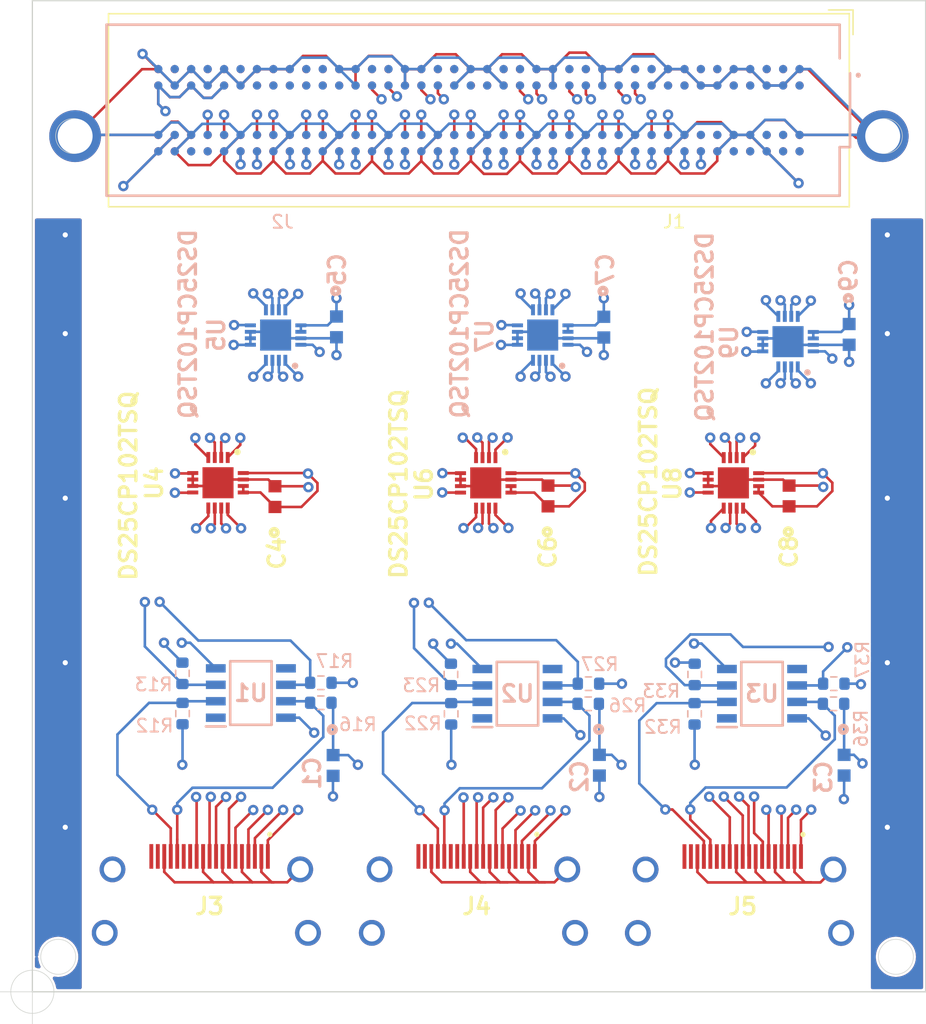
<source format=kicad_pcb>
(kicad_pcb (version 20211014) (generator pcbnew)
  (layers (0 "F.Cu" signal) (1 "In1.Cu" signal "SiF.Cu") (2 "In2.Cu" power "VCC.Cu") (3 "In3.Cu" power "GND.Cu") (4 "In4.Cu" signal "SiB.Cu") (31 "B.Cu" signal) (34 "B.Paste" user) (35 "F.Paste" user) (36 "B.SilkS" user "B.Silkscreen") (37 "F.SilkS" user "F.Silkscreen") (38 "B.Mask" user) (39 "F.Mask" user) (44 "Edge.Cuts" user))
  (net 0 "")
  (net 1 "2.5V")
  (net 2 "GNDREF")
  (net 3 "3.3V")
  (net 4 "D_OUT_M2_1P")
  (net 5 "SCL0B_1")
  (net 6 "SDA0B_1")
  (net 7 "D_OUT_M2_2P")
  (net 8 "D_OUT_M1_2N")
  (net 9 "D_OUT_M1_2P")
  (net 10 "BCLK_1P")
  (net 11 "BCLK_1N")
  (net 12 "TRG_1P")
  (net 13 "TRG_1N")
  (net 14 "D_OUT_M2_1N")
  (net 15 "TRG_2N")
  (net 16 "BCLK_2N")
  (net 17 "BCLK_2P")
  (net 18 "TRG_2P")
  (net 19 "D_OUT_M2_2N")
  (net 20 "SDA0B_2")
  (net 21 "SCL0B_2")
  (net 22 "H_DOUT_M1_1P")
  (net 23 "H_DOUT_M1_1N")
  (net 24 "H_DOUT_M2_1P")
  (net 25 "H_DOUT_M2_1N")
  (net 26 "H_TRG_1P")
  (net 27 "H_TRG_1N")
  (net 28 "H_BCLK_1P")
  (net 29 "H_BCLK_1N")
  (net 30 "H_SCL0B_1")
  (net 31 "H_SDA0B_1")
  (net 32 "H_SDA0B_2")
  (net 33 "H_SCL0B_2")
  (net 34 "H_BCLK_2N")
  (net 35 "H_BCLK_2P")
  (net 36 "H_TRG_2N")
  (net 37 "H_TRG_2P")
  (net 38 "H_DOUT_M2_2N")
  (net 39 "H_DOUT_M2_2P")
  (net 40 "H_DOUT_M1_2N")
  (net 41 "H_DOUT_M1_2P")
  (net 42 "D_OUT_M1_1P")
  (net 43 "D_OUT_M1_1N")
  (net 44 "D_OUT_M1_3P")
  (net 45 "D_OUT_M1_3N")
  (net 46 "D_OUT_M2_3P")
  (net 47 "D_OUT_M2_3N")
  (net 48 "TRG_3P")
  (net 49 "TRG_3N")
  (net 50 "BCLK_3P")
  (net 51 "BCLK_3N")
  (net 52 "SCL0B_3")
  (net 53 "SDA0B_3")
  (net 54 "H7")
  (net 55 "H8")
  (net 56 "H10")
  (net 57 "H19")
  (net 58 "H20")
  (net 59 "H25")
  (net 60 "H23")
  (net 61 "H22")
  (net 62 "H16")
  (net 63 "H17")
  (net 64 "H13")
  (net 65 "H14")
  (net 66 "H11")
  (net 67 "H29")
  (net 68 "H32")
  (net 69 "H31")
  (net 70 "H28")
  (net 71 "H26")
  (net 72 "H35")
  (net 77 "H34")
  (net 112 "H_DOUT_M1_3P")
  (net 113 "H_DOUT_M1_3N")
  (net 114 "H_DOUT_M2_3P")
  (net 115 "H_DOUT_M2_3N")
  (net 116 "H_TRG_3P")
  (net 117 "H_TRG_3N")
  (net 118 "H_BCLK_3P")
  (net 119 "H_BCLK_3N")
  (net 122 "H_SCL0B_3")
  (net 123 "H_SDA0B_3")
  (footprint "C0603C104K4RACTU:C0603C104K4RACTU" (layer "F.Cu") (at 118.74 138.28 90)
    (fp_text reference "C4")
    (fp_text value "100nF" hide)
  )
  (footprint "C0603C104K4RACTU:C0603C104K4RACTU" (layer "F.Cu") (at 158.45 138.23 90)
    (fp_text reference "C8")
    (fp_text value "100nF" hide)
  )
  (footprint "ASP-134604-01:Samtec_FMC_ASP-134604-01_4x40_Vertical" (layer "F.Cu") (at 134.493 108.458 -90)
    (fp_text reference "J1")
    (fp_text value "ASP-134604-01")
  )
  (footprint "10029449-001RLF:10029449001RLF" (layer "F.Cu") (at 113.69 169.9)
    (fp_text reference "J3")
    (fp_text value "10029449-001RLF-10029449-001RLF" hide)
  )
  (footprint "DS25CP102TSQ:QFN50P400X400X80-17N" (layer "F.Cu") (at 114.34 137.21 -90)
    (fp_text reference "U4")
    (fp_text value "DS25CP102TSQ")
  )
  (footprint "DS25CP102TSQ:QFN50P400X400X80-17N" (layer "F.Cu") (at 154.15 137.22 -90)
    (fp_text reference "U8")
    (fp_text value "DS25CP102TSQ")
  )
  (footprint "DS25CP102TSQ:QFN50P400X400X80-17N" (layer "F.Cu") (at 135.02 137.22 -90)
    (fp_text reference "U6")
    (fp_text value "DS25CP102TSQ")
  )
  (footprint "C0603C104K4RACTU:C0603C104K4RACTU" (layer "F.Cu") (at 139.83 138.23 90)
    (fp_text reference "C6")
    (fp_text value "100nF" hide)
  )
  (footprint "10029449-001RLF:10029449001RLF" (layer "F.Cu") (at 154.87 169.91)
    (fp_text reference "J5")
    (fp_text value "10029449-001RLF-10029449-001RLF" hide)
  )
  (footprint "10029449-001RLF:10029449001RLF" (layer "F.Cu") (at 134.32 169.9)
    (fp_text reference "J4")
    (fp_text value "10029449-001RLF-10029449-001RLF" hide)
  )
  (footprint "C0603C104K4RACTU:C0603C104K4RACTU" (layer "B.Cu") (at 123.49 125.18 -90)
    (fp_text reference "C5")
    (fp_text value "100nF" hide)
  )
  (footprint "C0603C104K4RACTU:C0603C104K4RACTU" (layer "B.Cu") (at 144.14 125.2 -90)
    (fp_text reference "C7")
    (fp_text value "100nF" hide)
  )
  (footprint "ASP-134603-01:SAMTEC_ASP-134603-01" (layer "B.Cu") (at 134.495 108.455)
    (fp_text reference "J2")
    (fp_text value "ASP-134603-01")
  )
  (footprint "DS25CP102TSQ:QFN50P400X400X80-17N" (layer "B.Cu") (at 139.42 125.81 90)
    (fp_text reference "U7")
    (fp_text value "DS25CP102TSQ")
  )
  (footprint "DS25CP102TSQ:QFN50P400X400X80-17N" (layer "B.Cu") (at 158.37 126.32 90)
    (fp_text reference "U9")
    (fp_text value "DS25CP102TSQ")
  )
  (footprint "DS25CP102TSQ:QFN50P400X400X80-17N" (layer "B.Cu") (at 118.79 125.81 90)
    (fp_text reference "U5")
    (fp_text value "DS25CP102TSQ")
  )
  (footprint "C0603C104K4RACTU:C0603C104K4RACTU" (layer "B.Cu") (at 163.09 125.76 -90)
    (fp_text reference "C9")
    (fp_text value "100nF" hide)
  )
  (footprint "C0603C104K4RACTU:C0603C104K4RACTU" (layer "B.Cu") (at 162.7 159.01 -90)
    (fp_text reference "C3")
    (fp_text value "100nF" hide)
  )
  (footprint "Resistor_SMD:R_0603_1608Metric" (layer "B.Cu") (at 142.955 152.72)
    (fp_text reference "R26")
    (fp_text value "4.7k" hide)
  )
  (footprint "Resistor_SMD:R_0603_1608Metric" (layer "B.Cu") (at 111.6 155.025 90)
    (fp_text reference "R12")
    (fp_text value "330" hide)
  )
  (footprint "P82B715DR:P82B715DR" (layer "B.Cu") (at 116.879 153.44)
    (fp_text reference "U1")
    (fp_text value "P82B715DR" hide)
  )
  (footprint "P82B715DR:P82B715DR" (layer "B.Cu") (at 156.36 153.49)
    (fp_text reference "U3")
    (fp_text value "P82B715DR" hide)
  )
  (footprint "P82B715DR:P82B715DR" (layer "B.Cu") (at 137.47 153.49)
    (fp_text reference "U2")
    (fp_text value "P82B715DR" hide)
  )
  (footprint "Resistor_SMD:R_0603_1608Metric" (layer "B.Cu") (at 161.905 152.72)
    (fp_text reference "R36")
    (fp_text value "4.7k" hide)
  )
  (footprint "Resistor_SMD:R_0603_1608Metric" (layer "B.Cu") (at 122.285 152.65)
    (fp_text reference "R16")
    (fp_text value "4.7k" hide)
  )
  (footprint "Resistor_SMD:R_0603_1608Metric" (layer "B.Cu") (at 142.935 154.27 180)
    (fp_text reference "R27")
    (fp_text value "330" hide)
  )
  (footprint "Resistor_SMD:R_0603_1608Metric" (layer "B.Cu") (at 132.35 155.045 90)
    (fp_text reference "R22")
    (fp_text value "330" hide)
  )
  (footprint "C0603C104K4RACTU:C0603C104K4RACTU" (layer "B.Cu") (at 123.23 159.03 -90)
    (fp_text reference "C1")
    (fp_text value "100nF" hide)
  )
  (footprint "Resistor_SMD:R_0603_1608Metric" (layer "B.Cu") (at 132.33 152.005 90)
    (fp_text reference "R23")
    (fp_text value "4.7k" hide)
  )
  (footprint "Resistor_SMD:R_0603_1608Metric" (layer "B.Cu") (at 151.15 155.045 90)
    (fp_text reference "R32")
    (fp_text value "330" hide)
  )
  (footprint "C0603C104K4RACTU:C0603C104K4RACTU" (layer "B.Cu") (at 143.8 159.01 -90)
    (fp_text reference "C2")
    (fp_text value "100nF" hide)
  )
  (footprint "Resistor_SMD:R_0603_1608Metric" (layer "B.Cu") (at 151.16 152.005 90)
    (fp_text reference "R33")
    (fp_text value "4.7k" hide)
  )
  (footprint "Resistor_SMD:R_0603_1608Metric" (layer "B.Cu") (at 111.59 151.92 90)
    (fp_text reference "R13")
    (fp_text value "4.7k" hide)
  )
  (footprint "Resistor_SMD:R_0603_1608Metric" (layer "B.Cu") (at 161.885 154.27 180)
    (fp_text reference "R37")
    (fp_text value "330" hide)
  )
  (footprint "Resistor_SMD:R_0603_1608Metric" (layer "B.Cu") (at 122.28 154.19 180)
    (fp_text reference "R17")
    (fp_text value "330" hide)
  )
  (gr_line locked (start 100 100) (end 100 176.5) (layer "Edge.Cuts") (width 0.1))
  (gr_line locked (start 100 176.5) (end 169 176.5) (layer "Edge.Cuts") (width 0.1))
  (gr_line locked (start 169 100) (end 169 176.5) (layer "Edge.Cuts") (width 0.1))
  (gr_line locked (start 100 100) (end 169 100) (layer "Edge.Cuts") (width 0.1))
  (gr_circle locked (center 166.7 173.8) (end 168.05 173.8) (layer "Edge.Cuts") (width 0.05) (fill none))
  (gr_circle locked (center 102 173.8) (end 103.35 173.8) (layer "Edge.Cuts") (width 0.05) (fill none))
  (gr_circle locked (center 103.15 110.45) (end 104.5 110.45) (layer "Edge.Cuts") (width 0.05) (fill none))
  (gr_circle locked (center 165.85 110.45) (end 167.2 110.45) (layer "Edge.Cuts") (width 0.05) (fill none))
  (target plus (at 100 176.5) (size 5) (width 0.05) (layer "Edge.Cuts"))
  (segment locked (start 107.051 114.31) (end 110.993 110.368) (width 0.2) (layer "F.Cu") (net 1))
  (segment locked (start 110.983 110.368) (end 109.723 111.628) (width 0.2) (layer "F.Cu") (net 1))
  (segment locked (start 107.03 114.31) (end 107.051 114.31) (width 0.2) (layer "F.Cu") (net 1))
  (via locked (at 164.12 158.87) (size 0.8) (drill 0.4) (layers "F.Cu" "B.Cu") (net 1))
  (via locked (at 107.03 114.31) (size 0.8) (drill 0.4) (layers "F.Cu" "B.Cu") (net 1))
  (via locked (at 132.37 158.974) (size 0.8) (drill 0.4) (layers "F.Cu" "B.Cu") (net 1))
  (via locked (at 145.51 158.974) (size 0.8) (drill 0.4) (layers "F.Cu" "B.Cu") (net 1))
  (via locked (at 151.17 158.974) (size 0.8) (drill 0.4) (layers "F.Cu" "B.Cu") (net 1))
  (via locked (at 111.58 158.974) (size 0.8) (drill 0.4) (layers "F.Cu" "B.Cu") (net 1))
  (via locked (at 125.146 158.974) (size 0.8) (drill 0.4) (layers "F.Cu" "B.Cu") (net 1))
  (segment locked (start 123.23 158.23) (end 123.23 154.315) (width 0.2) (layer "B.Cu") (net 1))
  (segment locked (start 124.402 158.23) (end 125.146 158.974) (width 0.2) (layer "B.Cu") (net 1))
  (segment locked (start 111.6 158.954) (end 111.58 158.974) (width 0.2) (layer "B.Cu") (net 1))
  (segment locked (start 107.05 114.31) (end 107.03 114.31) (width 0.2) (layer "B.Cu") (net 1))
  (segment locked (start 151.15 158.954) (end 151.17 158.974) (width 0.2) (layer "B.Cu") (net 1))
  (segment locked (start 163.46 158.21) (end 164.12 158.87) (width 0.2) (layer "B.Cu") (net 1))
  (segment locked (start 144.746 158.21) (end 145.51 158.974) (width 0.2) (layer "B.Cu") (net 1))
  (segment locked (start 143.8 154.31) (end 143.8 158.21) (width 0.2) (layer "B.Cu") (net 1))
  (segment locked (start 162.7 154.28) (end 162.7 158.21) (width 0.2) (layer "B.Cu") (net 1))
  (segment locked (start 109.73 111.63) (end 107.05 114.31) (width 0.2) (layer "B.Cu") (net 1))
  (segment locked (start 151.15 155.87) (end 151.15 158.954) (width 0.2) (layer "B.Cu") (net 1))
  (segment locked (start 132.35 155.87) (end 132.35 158.954) (width 0.2) (layer "B.Cu") (net 1))
  (segment locked (start 143.8 158.21) (end 144.746 158.21) (width 0.2) (layer "B.Cu") (net 1))
  (segment locked (start 111.6 155.85) (end 111.6 158.954) (width 0.2) (layer "B.Cu") (net 1))
  (segment locked (start 123.23 158.23) (end 124.402 158.23) (width 0.2) (layer "B.Cu") (net 1))
  (segment locked (start 111 110.36) (end 109.73 111.63) (width 0.2) (layer "B.Cu") (net 1))
  (segment locked (start 162.7 158.21) (end 163.46 158.21) (width 0.2) (layer "B.Cu") (net 1))
  (segment locked (start 132.35 158.954) (end 132.37 158.974) (width 0.2) (layer "B.Cu") (net 1))
  (segment locked (start 111.242 109.347) (end 110.744 109.347) (width 0.2) (layer "F.Cu") (net 2))
  (segment locked (start 118.613 112.367) (end 119.585511 113.339511) (width 0.2) (layer "F.Cu") (net 2))
  (segment locked (start 130.063 111.628) (end 131.323 110.368) (width 0.2) (layer "F.Cu") (net 2))
  (segment locked (start 149.113 111.628) (end 150.373 110.368) (width 0.2) (layer "F.Cu") (net 2))
  (segment locked (start 116.987478 168.0475) (end 118.6425 168.0475) (width 0.2) (layer "F.Cu") (net 2))
  (segment locked (start 138.8425 168.0475) (end 139.6075 168.0475) (width 0.2) (layer "F.Cu") (net 2))
  (segment locked (start 121.25 137.48) (end 118.74 137.48) (width 0.2) (layer "F.Cu") (net 2))
  (segment locked (start 112.055 112.69) (end 113.751 112.69) (width 0.2) (layer "F.Cu") (net 2))
  (segment locked (start 158.2875 168.0575) (end 160.1575 168.0575) (width 0.2) (layer "F.Cu") (net 2))
  (segment locked (start 116.093 106.548) (end 117.353 105.288) (width 0.2) (layer "F.Cu") (net 2))
  (segment locked (start 158.869 166.06) (end 158.869 167.259022) (width 0.2) (layer "F.Cu") (net 2))
  (segment locked (start 136.659259 113.37) (end 137.663 112.366259) (width 0.2) (layer "F.Cu") (net 2))
  (segment locked (start 110.987478 168.0475) (end 113.987478 168.0475) (width 0.2) (layer "F.Cu") (net 2))
  (segment locked (start 146.431 104.14) (end 147.955 104.14) (width 0.2) (layer "F.Cu") (net 2))
  (segment locked (start 138.923 110.368) (end 137.663 111.628) (width 0.2) (layer "F.Cu") (net 2))
  (segment locked (start 142.748 104.013) (end 141.478 104.013) (width 0.2) (layer "F.Cu") (net 2))
  (segment locked (start 133.07 136.47) (end 133.07 136.97) (width 0.2) (layer "F.Cu") (net 2))
  (segment locked (start 131.617478 168.0475) (end 135.0175 168.0475) (width 0.2) (layer "F.Cu") (net 2))
  (segment locked (start 138.636252 113.339511) (end 140.520489 113.339511) (width 0.2) (layer "F.Cu") (net 2))
  (segment locked (start 136.7075 168.0475) (end 138.8425 168.0475) (width 0.2) (layer "F.Cu") (net 2))
  (segment locked (start 120.904 104.267) (end 119.883 105.288) (width 0.2) (layer "F.Cu") (net 2))
  (segment locked (start 112.39 136.46) (end 112.39 137.46) (width 0.2) (layer "F.Cu") (net 2))
  (segment locked (start 151.369 167.259022) (end 152.167478 168.0575) (width 0.2) (layer "F.Cu") (net 2))
  (segment locked (start 134.617478 168.0475) (end 135.0175 168.0475) (width 0.2) (layer "F.Cu") (net 2))
  (segment locked (start 138.319 166.05) (end 138.319 167.249022) (width 0.2) (layer "F.Cu") (net 2))
  (segment locked (start 139.6075 168.0475) (end 140.3215 168.0475) (width 0.2) (layer "F.Cu") (net 2))
  (segment locked (start 159.263 110.368) (end 158.115 109.22) (width 0.2) (layer "F.Cu") (net 2))
  (segment locked (start 159.263 110.368) (end 163.408 110.368) (width 0.2) (layer "F.Cu") (net 2))
  (segment locked (start 113.189 167.249022) (end 113.987478 168.0475) (width 0.2) (layer "F.Cu") (net 2))
  (segment locked (start 137.663 112.366259) (end 137.663 111.628) (width 0.2) (layer "F.Cu") (net 2))
  (segment locked (start 149.103 112.362259) (end 150.080252 113.339511) (width 0.2) (layer "F.Cu") (net 2))
  (segment locked (start 152.2 137.47) (end 153.9 137.47) (width 0.2) (layer "F.Cu") (net 2))
  (segment locked (start 111.02 136.49) (end 112.36 136.49) (width 0.2) (layer "F.Cu") (net 2))
  (segment locked (start 156.703 106.548) (end 157.993 106.548) (width 0.2) (layer "F.Cu") (net 2))
  (segment locked (start 154.369 166.06) (end 154.369 167.259022) (width 0.2) (layer "F.Cu") (net 2))
  (segment locked (start 121.449748 113.339511) (end 122.433 112.356259) (width 0.2) (layer "F.Cu") (net 2))
  (segment locked (start 113.751 112.69) (end 114.813 111.628) (width 0.2) (layer "F.Cu") (net 2))
  (segment locked (start 112.39 137.46) (end 114.09 137.46) (width 0.2) (layer "F.Cu") (net 2))
  (segment locked (start 159.905324 105.288) (end 164.353048 109.735724) (width 0.2) (layer "F.Cu") (net 2))
  (segment locked (start 117.353 105.288) (end 118.613 105.288) (width 0.2) (layer "F.Cu") (net 2))
  (segment locked (start 142.445511 113.339511) (end 144.309748 113.339511) (width 0.2) (layer "F.Cu") (net 2))
  (segment locked (start 110.189 167.249022) (end 110.987478 168.0475) (width 0.2) (layer "F.Cu") (net 2))
  (segment locked (start 118.22 136.96) (end 118.74 137.48) (width 0.2) (layer "F.Cu") (net 2))
  (segment locked (start 150.373 105.288) (end 151.633 106.548) (width 0.2) (layer "F.Cu") (net 2))
  (segment locked (start 160.99 137.43) (end 158.45 137.43) (width 0.2) (layer "F.Cu") (net 2))
  (segment locked (start 118.487478 168.0475) (end 118.6425 168.0475) (width 0.2) (layer "F.Cu") (net 2))
  (segment locked (start 163.408 110.368) (end 163.627 110.587) (width 0.2) (layer "F.Cu") (net 2))
  (segment locked (start 115.487478 168.0475) (end 116.987478 168.0475) (width 0.2) (layer "F.Cu") (net 2))
  (segment locked (start 152.2 136.47) (end 152.2 137.47) (width 0.2) (layer "F.Cu") (net 2))
  (segment locked (start 122.443 111.628) (end 123.703 110.368) (width 0.2) (layer "F.Cu") (net 2))
  (segment locked (start 109.723 105.288) (end 109.403001 104.968001) (width 0.2) (layer "F.Cu") (net 2))
  (segment locked (start 151.633 106.548) (end 152.903 106.548) (width 0.2) (layer "F.Cu") (net 2))
  (segment locked (start 133.873 112.346259) (end 133.873 111.628) (width 0.2) (layer "F.Cu") (net 2))
  (segment locked (start 138.319 167.249022) (end 139.117478 168.0475) (width 0.2) (layer "F.Cu") (net 2))
  (segment locked (start 110.744 109.347) (end 109.723 110.368) (width 0.2) (layer "F.Cu") (net 2))
  (segment locked (start 136.97 136.97) (end 135.27 136.97) (width 0.2) (layer "F.Cu") (net 2))
  (segment locked (start 145.283 105.288) (end 146.431 104.14) (width 0.2) (layer "F.Cu") (net 2))
  (segment locked (start 133.873 112.372259) (end 134.870741 113.37) (width 0.2) (layer "F.Cu") (net 2))
  (segment locked (start 118.613 112.367) (end 118.613 111.628) (width 0.2) (layer "F.Cu") (net 2))
  (segment locked (start 150.373 110.368) (end 151.361 109.38) (width 0.2) (layer "F.Cu") (net 2))
  (segment locked (start 133.07 136.97) (end 133.07 137.47) (width 0.2) (layer "F.Cu") (net 2))
  (segment locked (start 158.167478 168.0575) (end 158.2875 168.0575) (width 0.2) (layer "F.Cu") (net 2))
  (segment locked (start 129.080489 113.339511) (end 130.043 112.377) (width 0.2) (layer "F.Cu") (net 2))
  (segment locked (start 153.185 109.38) (end 154.173 110.368) (width 0.2) (layer "F.Cu") (net 2))
  (segment locked (start 132.879748 113.339511) (end 133.873 112.346259) (width 0.2) (layer "F.Cu") (net 2))
  (segment locked (start 133.819 167.249022) (end 134.617478 168.0475) (width 0.2) (layer "F.Cu") (net 2))
  (segment locked (start 151.361 109.38) (end 153.185 109.38) (width 0.2) (layer "F.Cu") (net 2))
  (segment locked (start 122.433 112.356259) (end 122.433 111.628) (width 0.2) (layer "F.Cu") (net 2))
  (segment locked (start 126.233 112.377) (end 126.233 111.628) (width 0.2) (layer "F.Cu") (net 2))
  (segment locked (start 115.790252 113.339511) (end 117.640489 113.339511) (width 0.2) (layer "F.Cu") (net 2))
  (segment locked (start 160.1575 168.0575) (end 160.8715 168.0575) (width 0.2) (layer "F.Cu") (net 2))
  (segment locked (start 149.103 112.356259) (end 149.103 112.362259) (width 0.2) (layer "F.Cu") (net 2))
  (segment locked (start 157.369 167.259022) (end 158.167478 168.0575) (width 0.2) (layer "F.Cu") (net 2))
  (segment locked (start 116.29 136.96) (end 114.59 136.96) (width 0.2) (layer "F.Cu") (net 2))
  (segment locked (start 124.963 105.288) (end 124.963 106.548) (width 0.2) (layer "F.Cu") (net 2))
  (segment locked (start 125.270489 113.339511) (end 126.233 112.377) (width 0.2) (layer "F.Cu") (net 2))
  (segment locked (start 110.189 166.05) (end 110.189 167.249022) (width 0.2) (layer "F.Cu") (net 2))
  (segment locked (start 158.115 109.22) (end 156.591 109.22) (width 0.2) (layer "F.Cu") (net 2))
  (segment locked (start 133.853 105.288) (end 132.705 104.14) (width 0.2) (layer "F.Cu") (net 2))
  (segment locked (start 119.585511 113.339511) (end 121.449748 113.339511) (width 0.2) (layer "F.Cu") (net 2))
  (segment locked (start 117.689 167.249022) (end 118.487478 168.0475) (width 0.2) (layer "F.Cu") (net 2))
  (segment locked (start 144.023 105.288) (end 145.283 105.288) (width 0.2) (layer "F.Cu") (net 2))
  (segment locked (start 114.813 112.362259) (end 115.790252 113.339511) (width 0.2) (layer "F.Cu") (net 2))
  (segment locked (start 112.283 105.288) (end 113.543 106.548) (width 0.2) (layer "F.Cu") (net 2))
  (segment locked (start 123.410252 113.339511) (end 125.270489 113.339511) (width 0.2) (layer "F.Cu") (net 2))
  (segment locked (start 139.37 136.97) (end 139.83 137.43) (width 0.2) (layer "F.Cu") (net 2))
  (segment locked (start 135.143 105.288) (end 136.403 106.548) (width 0.2) (layer "F.Cu") (net 2))
  (segment locked (start 114.689 166.05) (end 114.689 167.249022) (width 0.2) (layer "F.Cu") (net 2))
  (segment locked (start 141.97 137.53) (end 141.87 137.43) (width 0.2) (layer "F.Cu") (net 2))
  (segment locked (start 154.163 105.288) (end 155.443 105.288) (width 0.2) (layer "F.Cu") (net 2))
  (segment locked (start 149.093 105.288) (end 147.833 106.548) (width 0.2) (layer "F.Cu") (net 2))
  (segment locked (start 109.403001 104.968001) (end 109.367001 104.968001) (width 0.2) (layer "F.Cu") (net 2))
  (segment locked (start 160.8715 168.0575) (end 161.869 167.06) (width 0.2) (layer "F.Cu") (net 2))
  (segment locked (start 111.003 111.628) (end 112.263 110.368) (width 0.2) (layer "F.Cu") (net 2))
  (segment locked (start 144.023 105.288) (end 144.023 106.548) (width 0.2) (layer "F.Cu") (net 2))
  (segment locked (start 136.819 167.249022) (end 137.617478 168.0475) (width 0.2) (layer "F.Cu") (net 2))
  (segment locked (start 136.819 166.05) (end 136.819 167.249022) (width 0.2) (layer "F.Cu") (net 2))
  (segment locked (start 116.29 136.96) (end 118.22 136.96) (width 0.2) (layer "F.Cu") (net 2))
  (segment locked (start 154.163 110.368) (end 152.903 111.628) (width 0.2) (layer "F.Cu") (net 2))
  (segment locked (start 152.903 112.367) (end 152.903 111.628) (width 0.2) (layer "F.Cu") (net 2))
  (segment locked (start 109.367001 104.968001) (end 108.509 104.11) (width 0.2) (layer "F.Cu") (net 2))
  (segment locked (start 113.553 106.548) (end 114.813 105.288) (width 0.2) (layer "F.Cu") (net 2))
  (segment locked (start 130.819 166.05) (end 130.819 167.249022) (width 0.2) (layer "F.Cu") (net 2))
  (segment locked (start 109.733 105.288) (end 110.993 106.548) (width 0.2) (layer "F.Cu") (net 2))
  (segment locked (start 114.813 111.628) (end 114.813 112.362259) (width 0.2) (layer "F.Cu") (net 2))
  (segment locked (start 156.703 111.628) (end 155.443 110.368) (width 0.2) (layer "F.Cu") (net 2))
  (segment locked (start 156.723 111.628) (end 159.182 114.087) (width 0.2) (layer "F.Cu") (net 2))
  (segment locked (start 156.1 136.97) (end 154.4 136.97) (width 0.2) (layer "F.Cu") (net 2))
  (segment locked (start 123.703 105.288) (end 124.963 105.288) (width 0.2) (layer "F.Cu") (net 2))
  (segment locked (start 146.543 110.368) (end 145.283 111.628) (width 0.2) (layer "F.Cu") (net 2))
  (segment locked (start 151.930489 113.339511) (end 152.903 112.367) (width 0.2) (layer "F.Cu") (net 2))
  (segment locked (start 158.45 137.43) (end 157.99 136.97) (width 0.2) (layer "F.Cu") (net 2))
  (segment locked (start 113.987478 168.0475) (end 115.487478 168.0475) (width 0.2) (layer "F.Cu") (net 2))
  (segment locked (start 157.369 166.06) (end 157.369 167.259022) (width 0.2) (layer "F.Cu") (net 2))
  (segment locked (start 118.613 105.288) (end 119.883 105.288) (width 0.2) (layer "F.Cu") (net 2))
  (segment locked (start 145.283 112.366259) (end 146.256252 113.339511) (width 0.2) (layer "F.Cu") (net 2))
  (segment locked (start 157.99 136.97) (end 156.1 136.97) (width 0.2) (layer "F.Cu") (net 2))
  (segment locked (start 148.119748 113.339511) (end 149.103 112.356259) (width 0.2) (layer "F.Cu") (net 2))
  (segment locked (start 112.263 110.368) (end 111.242 109.347) (width 0.2) (layer "F.Cu") (net 2))
  (segment locked (start 133.873 111.628) (end 135.133 110.368) (width 0.2) (layer "F.Cu") (net 2))
  (segment locked (start 114.823 105.288) (end 116.083 106.548) (width 0.2) (layer "F.Cu") (net 2))
  (segment locked (start 132.593 106.548) (end 133.853 105.288) (width 0.2) (layer "F.Cu") (net 2))
  (segment locked (start 156.591 109.22) (end 155.443 110.368) (width 0.2) (layer "F.Cu") (net 2))
  (segment locked (start 128.783 105.288) (end 127.762 104.267) (width 0.2) (layer "F.Cu") (net 2))
  (segment locked (start 109.723 110.368) (end 104.954178 110.368) (width 0.2) (layer "F.Cu") (net 2))
  (segment locked (start 156.667478 168.0575) (end 158.2875 168.0575) (width 0.2) (layer "F.Cu") (net 2))
  (segment locked (start 141.478 104.013) (end 140.203 105.288) (width 0.2) (layer "F.Cu") (net 2))
  (segment locked (start 122.433 112.362259) (end 123.410252 113.339511) (width 0.2) (layer "F.Cu") (net 2))
  (segment locked (start 140.520489 113.339511) (end 141.483 112.377) (width 0.2) (layer "F.Cu") (net 2))
  (segment locked (start 141.87 137.43) (end 139.83 137.43) (width 0.2) (layer "F.Cu") (net 2))
  (segment locked (start 159.667478 168.0575) (end 160.1575 168.0575) (width 0.2) (layer "F.Cu") (net 2))
  (segment locked (start 149.103 105.288) (end 150.373 105.288) (width 0.2) (layer "F.Cu") (net 2))
  (segment locked (start 110.993 111.628) (end 112.055 112.69) (width 0.2) (layer "F.Cu") (net 2))
  (segment locked (start 137.663 112.366259) (end 138.636252 113.339511) (width 0.2) (layer "F.Cu") (net 2))
  (segment locked (start 108.473 105.288) (end 109.723 105.288) (width 0.2) (layer "F.Cu") (net 2))
  (segment locked (start 141.483 112.377) (end 141.483 111.628) (width 0.2) (layer "F.Cu") (net 2))
  (segment locked (start 144.309748 113.339511) (end 145.283 112.366259) (width 0.2) (layer "F.Cu") (net 2))
  (segment locked (start 138.943 105.288) (end 137.795 104.14) (width 0.2) (layer "F.Cu") (net 2))
  (segment locked (start 142.743 110.368) (end 141.483 111.628) (width 0.2) (layer "F.Cu") (net 2))
  (segment locked (start 136.281 104.14) (end 135.133 105.288) (width 0.2) (layer "F.Cu") (net 2))
  (segment locked (start 130.043 112.377) (end 131.005511 113.339511) (width 0.2) (layer "F.Cu") (net 2))
  (segment locked (start 117.689 166.05) (end 117.689 167.249022) (width 0.2) (layer "F.Cu") (net 2))
  (segment locked (start 155.443 110.368) (end 154.173 110.368) (width 0.2) (layer "F.Cu") (net 2))
  (segment locked (start 118.6425 168.0475) (end 119.6915 168.0475) (width 0.2) (layer "F.Cu") (net 2))
  (segment locked (start 146.256252 113.339511) (end 148.119748 113.339511) (width 0.2) (layer "F.Cu") (net 2))
  (segment locked (start 128.783 105.288) (end 130.043 105.288) (width 0.2) (layer "F.Cu") (net 2))
  (segment locked (start 131.191 104.14) (end 130.043 105.288) (width 0.2) (layer "F.Cu") (net 2))
  (segment locked (start 125.984 104.267) (end 124.963 105.288) (width 0.2) (layer "F.Cu") (net 2))
  (segment locked (start 108.473 105.288) (end 104.463355 109.297645) (width 0.2) (layer "F.Cu") (net 2))
  (segment locked (start 144.023 105.288) (end 142.748 104.013) (width 0.2) (layer "F.Cu") (net 2))
  (segment locked (start 135.319 166.05) (end 135.319 167.249022) (width 0.2) (layer "F.Cu") (net 2))
  (segment locked (start 133.853 105.288) (end 135.133 105.288) (width 0.2) (layer "F.Cu") (net 2))
  (segment locked (start 131.005511 113.339511) (end 132.879748 113.339511) (width 0.2) (layer "F.Cu") (net 2))
  (segment locked (start 155.167478 168.0575) (end 156.667478 168.0575) (width 0.2) (layer "F.Cu") (net 2))
  (segment locked (start 140.203 105.288) (end 140.203 106.548) (width 0.2) (layer "F.Cu") (net 2))
  (segment locked (start 161.09 137.53) (end 160.99 137.43) (width 0.2) (layer "F.Cu") (net 2))
  (segment locked (start 128.783 105.288) (end 128.783 106.548) (width 0.2) (layer "F.Cu") (net 2))
  (segment locked (start 133.07 137.47) (end 134.77 137.47) (width 0.2) (layer "F.Cu") (net 2))
  (segment locked (start 152.903 106.548) (end 154.163 105.288) (width 0.2) (layer "F.Cu") (net 2))
  (segment locked (start 158.003 106.548) (end 159.263 105.288) (width 0.2) (layer "F.Cu") (net 2))
  (segment locked (start 138.943 105.288) (end 140.203 105.288) (width 0.2) (layer "F.Cu") (net 2))
  (segment locked (start 118.623 111.628) (end 119.883 110.368) (width 0.2) (layer "F.Cu") (net 2))
  (segment locked (start 111.003 106.548) (end 112.263 105.288) (width 0.2) (layer "F.Cu") (net 2))
  (segment locked (start 135.319 167.249022) (end 136.117478 168.0475) (width 0.2) (layer "F.Cu") (net 2))
  (segment locked (start 155.869 167.259022) (end 156.667478 168.0575) (width 0.2) (layer "F.Cu") (net 2))
  (segment locked (start 126.233 112.377) (end 127.195511 113.339511) (width 0.2) (layer "F.Cu") (net 2))
  (segment locked (start 136.97 136.97) (end 139.37 136.97) (width 0.2) (layer "F.Cu") (net 2))
  (segment locked (start 140.3215 168.0475) (end 141.319 167.05) (width 0.2) (layer "F.Cu") (net 2))
  (segment locked (start 151.369 166.06) (end 151.369 167.259022) (width 0.2) (layer "F.Cu") (net 2))
  (segment locked (start 114.823 111.628) (end 116.083 110.368) (width 0.2) (layer "F.Cu") (net 2))
  (segment locked (start 122.433 112.356259) (end 122.433 112.362259) (width 0.2) (layer "F.Cu") (net 2))
  (segment locked (start 132.705 104.14) (end 131.191 104.14) (width 0.2) (layer "F.Cu") (net 2))
  (segment locked (start 136.117478 168.0475) (end 136.7075 168.0475) (width 0.2) (layer "F.Cu") (net 2))
  (segment locked (start 123.703 105.288) (end 122.682 104.267) (width 0.2) (layer "F.Cu") (net 2))
  (segment locked (start 127.762 104.267) (end 125.984 104.267) (width 0.2) (layer "F.Cu") (net 2))
  (segment locked (start 119.6915 168.0475) (end 120.689 167.05) (width 0.2) (layer "F.Cu") (net 2))
  (segment locked (start 152.167478 168.0575) (end 155.167478 168.0575) (width 0.2) (layer "F.Cu") (net 2))
  (segment locked (start 155.869 166.06) (end 155.869 167.259022) (width 0.2) (layer "F.Cu") (net 2))
  (segment locked (start 158.869 167.259022) (end 159.667478 168.0575) (width 0.2) (layer "F.Cu") (net 2))
  (segment locked (start 126.243 111.628) (end 127.503 110.368) (width 0.2) (layer "F.Cu") (net 2))
  (segment locked (start 137.617478 168.0475) (end 138.8425 168.0475) (width 0.2) (layer "F.Cu") (net 2))
  (segment locked (start 122.682 104.267) (end 120.904 104.267) (width 0.2) (layer "F.Cu") (net 2))
  (segment locked (start 137.795 104.14) (end 136.281 104.14) (width 0.2) (layer "F.Cu") (net 2))
  (segment locked (start 154.369 167.259022) (end 155.167478 168.0575) (width 0.2) (layer "F.Cu") (net 2))
  (segment locked (start 134.870741 113.37) (end 136.659259 113.37) (width 0.2) (layer "F.Cu") (net 2))
  (segment locked (start 127.195511 113.339511) (end 129.080489 113.339511) (width 0.2) (layer "F.Cu") (net 2))
  (segment locked (start 121.32 137.55) (end 121.25 137.48) (width 0.2) (layer "F.Cu") (net 2))
  (segment locked (start 116.189 166.05) (end 116.189 167.249022) (width 0.2) (layer "F.Cu") (net 2))
  (segment locked (start 135.0175 168.0475) (end 136.7075 168.0475) (width 0.2) (layer "F.Cu") (net 2))
  (segment locked (start 150.080252 113.339511) (end 151.930489 113.339511) (width 0.2) (layer "F.Cu") (net 2))
  (segment locked (start 139.117478 168.0475) (end 139.6075 168.0475) (width 0.2) (layer "F.Cu") (net 2))
  (segment locked (start 150.79 136.47) (end 152.2 136.47) (width 0.2) (layer "F.Cu") (net 2))
  (segment locked (start 155.443 105.288) (end 156.703 106.548) (width 0.2) (layer "F.Cu") (net 2))
  (segment locked (start 116.189 167.249022) (end 116.987478 168.0475) (width 0.2) (layer "F.Cu") (net 2))
  (segment locked (start 159.263 105.288) (end 159.905324 105.288) (width 0.2) (layer "F.Cu") (net 2))
  (segment locked (start 114.689 167.249022) (end 115.487478 168.0475) (width 0.2) (layer "F.Cu") (net 2))
  (segment locked (start 141.483 112.377) (end 142.445511 113.339511) (width 0.2) (layer "F.Cu") (net 2))
  (segment locked (start 149.103 112.356259) (end 149.103 111.628) (width 0.2) (layer "F.Cu") (net 2))
  (segment locked (start 133.819 166.05) (end 133.819 167.249022) (width 0.2) (layer "F.Cu") (net 2))
  (segment locked (start 113.189 166.05) (end 113.189 167.249022) (width 0.2) (layer "F.Cu") (net 2))
  (segment locked (start 130.043 112.377) (end 130.043 111.628) (width 0.2) (layer "F.Cu") (net 2))
  (segment locked (start 133.873 112.346259) (end 133.873 112.372259) (width 0.2) (layer "F.Cu") (net 2))
  (segment locked (start 147.955 104.14) (end 149.103 105.288) (width 0.2) (layer "F.Cu") (net 2))
  (segment locked (start 117.640489 113.339511) (end 118.613 112.367) (width 0.2) (layer "F.Cu") (net 2))
  (segment locked (start 145.283 112.366259) (end 145.283 111.628) (width 0.2) (layer "F.Cu") (net 2))
  (segment locked (start 131.67 136.47) (end 133.07 136.47) (width 0.2) (layer "F.Cu") (net 2))
  (segment locked (start 130.819 167.249022) (end 131.617478 168.0475) (width 0.2) (layer "F.Cu") (net 2))
  (via locked (at 166.04 151.1) (size 0.8) (drill 0.4) (layers "F.Cu" "B.Cu") (net 2))
  (via locked (at 166.04 138.4) (size 0.8) (drill 0.4) (layers "F.Cu" "B.Cu") (net 2))
  (via locked (at 115.55 126.57) (size 0.8) (drill 0.4) (layers "F.Cu" "B.Cu") (net 2))
  (via locked (at 163.09 127.88) (size 0.8) (drill 0.4) (layers "F.Cu" "B.Cu") (net 2))
  (via locked (at 102.54 118.08) (size 0.8) (drill 0.4) (layers "F.Cu" "B.Cu") (net 2))
  (via locked (at 102.54 125.7) (size 0.8) (drill 0.4) (layers "F.Cu" "B.Cu") (net 2))
  (via locked (at 161.09 137.53) (size 0.8) (drill 0.4) (layers "F.Cu" "B.Cu") (net 2))
  (via locked (at 131.67 136.47) (size 0.8) (drill 0.4) (layers "F.Cu" "B.Cu") (net 2))
  (via locked (at 143.8 161.46) (size 0.8) (drill 0.4) (layers "F.Cu" "B.Cu") (net 2))
  (via locked (at 102.54 163.8) (size 0.8) (drill 0.4) (layers "F.Cu" "B.Cu") (net 2))
  (via locked (at 155.15 127.09) (size 0.8) (drill 0.4) (layers "F.Cu" "B.Cu") (net 2))
  (via locked (at 162.68 161.63) (size 0.8) (drill 0.4) (layers "F.Cu" "B.Cu") (net 2))
  (via locked (at 123.49 127.36) (size 0.8) (drill 0.4) (layers "F.Cu" "B.Cu") (net 2))
  (via locked (at 132.33 149.63) (size 0.8) (drill 0.4) (layers "F.Cu" "B.Cu") (net 2))
  (via locked (at 150.79 136.47) (size 0.8) (drill 0.4) (layers "F.Cu" "B.Cu") (net 2))
  (via locked (at 111.54 149.56) (size 0.8) (drill 0.4) (layers "F.Cu" "B.Cu") (net 2))
  (via locked (at 121.32 137.55) (size 0.8) (drill 0.4) (layers "F.Cu" "B.Cu") (net 2))
  (via locked (at 102.54 151.1) (size 0.8) (drill 0.4) (layers "F.Cu" "B.Cu") (net 2))
  (via locked (at 166.04 163.8) (size 0.8) (drill 0.4) (layers "F.Cu" "B.Cu") (net 2))
  (via locked (at 123.22 161.42) (size 0.8) (drill 0.4) (layers "F.Cu" "B.Cu") (net 2))
  (via locked (at 108.509 104.11) (size 0.8) (drill 0.4) (layers "F.Cu" "B.Cu") (net 2))
  (via locked (at 102.54 138.4) (size 0.8) (drill 0.4) (layers "F.Cu" "B.Cu") (net 2))
  (via locked (at 136.2 126.57) (size 0.8) (drill 0.4) (layers "F.Cu" "B.Cu") (net 2))
  (via locked (at 166.04 125.7) (size 0.8) (drill 0.4) (layers "F.Cu" "B.Cu") (net 2))
  (via locked (at 111.02 136.49) (size 0.8) (drill 0.4) (layers "F.Cu" "B.Cu") (net 2))
  (via locked (at 144.14 127.36) (size 0.8) (drill 0.4) (layers "F.Cu" "B.Cu") (net 2))
  (via locked (at 159.182 114.087) (size 0.8) (drill 0.4) (layers "F.Cu" "B.Cu") (net 2))
  (via locked (at 166.04 118.08) (size 0.8) (drill 0.4) (layers "F.Cu" "B.Cu") (net 2))
  (via locked (at 141.97 137.53) (size 0.8) (drill 0.4) (layers "F.Cu" "B.Cu") (net 2))
  (via locked (at 151.11 149.62) (size 0.8) (drill 0.4) (layers "F.Cu" "B.Cu") (net 2))
  (segment locked (start 128.78 105.28) (end 128.78 106.55) (width 0.2) (layer "B.Cu") (net 2))
  (segment locked (start 154.18 110.36) (end 152.91 111.63) (width 0.2) (layer "B.Cu") (net 2))
  (segment locked (start 146.27 104.3) (end 148.12 104.3) (width 0.2) (layer "B.Cu") (net 2))
  (segment locked (start 163.09 127.88) (end 163.09 126.56) (width 0.2) (layer "B.Cu") (net 2))
  (segment locked (start 125.95 104.3) (end 127.8 104.3) (width 0.2) (layer "B.Cu") (net 2))
  (segment locked (start 143.8 159.81) (end 143.8 161.46) (width 0.2) (layer "B.Cu") (net 2))
  (segment locked (start 141.09 104.4) (end 143.14 104.4) (width 0.2) (layer "B.Cu") (net 2))
  (segment locked (start 130.93 104.4) (end 132.98 104.4) (width 0.2) (layer "B.Cu") (net 2))
  (segment locked (start 113.54 106.55) (end 114.81 105.28) (width 0.2) (layer "B.Cu") (net 2))
  (segment locked (start 155.45 110.36) (end 156.72 111.63) (width 0.2) (layer "B.Cu") (net 2))
  (segment locked (start 130.459511 109.499511) (end 131.32 110.36) (width 0.2) (layer "B.Cu") (net 2))
  (segment locked (start 160.32 126.57) (end 158.62 126.57) (width 0.2) (layer "B.Cu") (net 2))
  (segment locked (start 116.08 106.55) (end 117.35 105.28) (width 0.2) (layer "B.Cu") (net 2))
  (segment locked (start 146.56 110.36) (end 145.29 111.63) (width 0.2) (layer "B.Cu") (net 2))
  (segment locked (start 145.29 105.28) (end 146.27 104.3) (width 0.2) (layer "B.Cu") (net 2))
  (segment locked (start 140.21 105.28) (end 141.09 104.4) (width 0.2) (layer "B.Cu") (net 2))
  (segment locked (start 151.64 106.55) (end 152.91 106.55) (width 0.2) (layer "B.Cu") (net 2))
  (segment locked (start 132.33 149.63) (end 132.804 149.63) (width 0.2) (layer "B.Cu") (net 2))
  (segment locked (start 132.804 149.63) (end 134.759 151.585) (width 0.2) (layer "B.Cu") (net 2))
  (segment locked (start 150.37 110.36) (end 149.51 109.5) (width 0.2) (layer "B.Cu") (net 2))
  (segment locked (start 115.229511 109.509511) (end 116.08 110.36) (width 0.2) (layer "B.Cu") (net 2))
  (segment locked (start 123.7 110.36) (end 122.839511 109.499511) (width 0.2) (layer "B.Cu") (net 2))
  (segment locked (start 138.06 104.4) (end 138.94 105.28) (width 0.2) (layer "B.Cu") (net 2))
  (segment locked (start 158.1 109.2) (end 156.6 109.2) (width 0.2) (layer "B.Cu") (net 2))
  (segment locked (start 156.42 126.57) (end 156.42 126.07) (width 0.2) (layer "B.Cu") (net 2))
  (segment locked (start 144.02 105.28) (end 145.29 105.28) (width 0.2) (layer "B.Cu") (net 2))
  (segment locked (start 119.029511 109.499511) (end 119.89 110.36) (width 0.2) (layer "B.Cu") (net 2))
  (segment locked (start 151.684 149.62) (end 153.649 151.585) (width 0.2) (layer "B.Cu") (net 2))
  (segment locked (start 151.23 109.5) (end 150.37 110.36) (width 0.2) (layer "B.Cu") (net 2))
  (segment locked (start 120.77 104.4) (end 122.82 104.4) (width 0.2) (layer "B.Cu") (net 2))
  (segment locked (start 141.37 126.06) (end 144.08 126.06) (width 0.2) (layer "B.Cu") (net 2))
  (segment locked (start 159.26 105.28) (end 160.08 105.28) (width 0.2) (layer "B.Cu") (net 2))
  (segment locked (start 138.079511 109.499511) (end 138.94 110.36) (width 0.2) (layer "B.Cu") (net 2))
  (segment locked (start 136.01 104.4) (end 138.06 104.4) (width 0.2) (layer "B.Cu") (net 2))
  (segment locked (start 131.32 110.36) (end 132.180489 109.499511) (width 0.2) (layer "B.Cu") (net 2))
  (segment locked (start 137.47 126.56) (end 137.47 125.56) (width 0.2) (layer "B.Cu") (net 2))
  (segment locked (start 149.51 109.5) (end 147.42 109.5) (width 0.2) (layer "B.Cu") (net 2))
  (segment locked (start 127.8 104.3) (end 128.78 105.28) (width 0.2) (layer "B.Cu") (net 2))
  (segment locked (start 126.649511 109.499511) (end 124.560489 109.499511) (width 0.2) (layer "B.Cu") (net 2))
  (segment locked (start 145.72 109.52) (end 146.56 110.36) (width 0.2) (layer "B.Cu") (net 2))
  (segment locked (start 123.7 105.28) (end 124.97 106.55) (width 0.2) (layer "B.Cu") (net 2))
  (segment locked (start 116.940489 109.499511) (end 119.029511 109.499511) (width 0.2) (layer "B.Cu") (net 2))
  (segment locked (start 130.05 105.28) (end 130.93 104.4) (width 0.2) (layer "B.Cu") (net 2))
  (segment locked (start 135.990489 109.499511) (end 138.079511 109.499511) (width 0.2) (layer "B.Cu") (net 2))
  (segment locked (start 159.26 110.36) (end 158.1 109.2) (width 0.2) (layer "B.Cu") (net 2))
  (segment locked (start 111 111.63) (end 112.27 110.36) (width 0.2) (layer "B.Cu") (net 2))
  (segment locked (start 123.49 127.36) (end 123.49 125.98) (width 0.2) (layer "B.Cu") (net 2))
  (segment locked (start 116.84 125.56) (end 118.54 125.56) (width 0.2) (layer "B.Cu") (net 2))
  (segment locked (start 119.89 105.28) (end 120.77 104.4) (width 0.2) (layer "B.Cu") (net 2))
  (segment locked (start 143.14 104.4) (end 144.02 105.28) (width 0.2) (layer "B.Cu") (net 2))
  (segment locked (start 138.94 105.28) (end 140.21 105.28) (width 0.2) (layer "B.Cu") (net 2))
  (segment locked (start 137.47 125.56) (end 139.17 125.56) (width 0.2) (layer "B.Cu") (net 2))
  (segment locked (start 120.74 126.06) (end 123.41 126.06) (width 0.2) (layer "B.Cu") (net 2))
  (segment locked (start 135.13 110.36) (end 133.86 111.63) (width 0.2) (layer "B.Cu") (net 2))
  (segment locked (start 147.42 109.5) (end 146.56 110.36) (width 0.2) (layer "B.Cu") (net 2))
  (segment locked (start 114.81 111.63) (end 116.08 110.36) (width 0.2) (layer "B.Cu") (net 2))
  (segment locked (start 122.839511 109.499511) (end 120.750489 109.499511) (width 0.2) (layer "B.Cu") (net 2))
  (segment locked (start 154.18 110.36) (end 153.32 109.5) (width 0.2) (layer "B.Cu") (net 2))
  (segment locked (start 122.82 104.4) (end 123.7 105.28) (width 0.2) (layer "B.Cu") (net 2))
  (segment locked (start 143.59 109.52) (end 145.72 109.52) (width 0.2) (layer "B.Cu") (net 2))
  (segment locked (start 156.42 126.07) (end 158.12 126.07) (width 0.2) (layer "B.Cu") (net 2))
  (segment locked (start 140.21 105.28) (end 140.21 106.55) (width 0.2) (layer "B.Cu") (net 2))
  (segment locked (start 159.26 110.36) (end 164.255048 110.36) (width 0.2) (layer "B.Cu") (net 2))
  (segment locked (start 109.73 110.36) (end 104.958992 110.36) (width 0.2) (layer "B.Cu") (net 2))
  (segment locked (start 157.99 106.55) (end 159.26 105.28) (width 0.2) (layer "B.Cu") (net 2))
  (segment locked (start 123.22 161.42) (end 123.22 159.84) (width 0.2) (layer "B.Cu") (net 2))
  (segment locked (start 133.86 105.28) (end 135.13 105.28) (width 0.2) (layer "B.Cu") (net 2))
  (segment locked (start 162.7 161.61) (end 162.68 161.63) (width 0.2) (layer "B.Cu") (net 2))
  (segment locked (start 109.73 110.36) (end 110.69 109.4) (width 0.2) (layer "B.Cu") (net 2))
  (segment locked (start 156.6 109.2) (end 156.6 109.21) (width 0.2) (layer "B.Cu") (net 2))
  (segment locked (start 119.89 105.28) (end 118.62 105.28) (width 0.2) (layer "B.Cu") (net 2))
  (segment locked (start 153.32 109.5) (end 151.23 109.5) (width 0.2) (layer "B.Cu") (net 2))
  (segment locked (start 124.97 105.28) (end 125.95 104.3) (width 0.2) (layer "B.Cu") (net 2))
  (segment locked (start 114.81 105.28) (end 116.08 106.55) (width 0.2) (layer "B.Cu") (net 2))
  (segment locked (start 154.18 105.28) (end 155.45 105.28) (width 0.2) (layer "B.Cu") (net 2))
  (segment locked (start 120.750489 109.499511) (end 119.89 110.36) (width 0.2) (layer "B.Cu") (net 2))
  (segment locked (start 150.37 105.28) (end 151.64 106.55) (width 0.2) (layer "B.Cu") (net 2))
  (segment locked (start 115.55 126.57) (end 116.83 126.57) (width 0.2) (layer "B.Cu") (net 2))
  (segment locked (start 112.193 149.56) (end 114.168 151.535) (width 0.2) (layer "B.Cu") (net 2))
  (segment locked (start 150.37 110.36) (end 149.1 111.63) (width 0.2) (layer "B.Cu") (net 2))
  (segment locked (start 135.13 105.28) (end 136.01 104.4) (width 0.2) (layer "B.Cu") (net 2))
  (segment locked (start 156.6 109.21) (end 155.45 110.36) (width 0.2) (layer "B.Cu") (net 2))
  (segment locked (start 144.14 127.36) (end 144.14 126) (width 0.2) (layer "B.Cu") (net 2))
  (segment locked (start 122.43 111.63) (end 123.7 110.36) (width 0.2) (layer "B.Cu") (net 2))
  (segment locked (start 109.73 105.28) (end 111 106.55) (width 0.2) (layer "B.Cu") (net 2))
  (segment locked (start 132.180489 109.499511) (end 134.269511 109.499511) (width 0.2) (layer "B.Cu") (net 2))
  (segment locked (start 112.27 105.28) (end 113.54 106.55) (width 0.2) (layer "B.Cu") (net 2))
  (segment locked (start 116.08 110.36) (end 116.940489 109.499511) (width 0.2) (layer "B.Cu") (net 2))
  (segment locked (start 142.75 110.36) (end 143.59 109.52) (width 0.2) (layer "B.Cu") (net 2))
  (segment locked (start 127.51 110.36) (end 128.370489 109.499511) (width 0.2) (layer "B.Cu") (net 2))
  (segment locked (start 111 106.55) (end 112.27 105.28) (width 0.2) (layer "B.Cu") (net 2))
  (segment locked (start 111.31 109.4) (end 112.27 110.36) (width 0.2) (layer "B.Cu") (net 2))
  (segment locked (start 160.08 105.28) (end 164.353048 109.553048) (width 0.2) (layer "B.Cu") (net 2))
  (segment locked (start 135.13 105.28) (end 136.4 106.55) (width 0.2) (layer "B.Cu") (net 2))
  (segment locked (start 126.24 111.63) (end 127.51 110.36) (width 0.2) (layer "B.Cu") (net 2))
  (segment locked (start 141.37 126.06) (end 139.67 126.06) (width 0.2) (layer "B.Cu") (net 2))
  (segment locked (start 133.86 105.28) (end 132.59 106.55) (width 0.2) (layer "B.Cu") (net 2))
  (segment locked (start 108.56 104.11) (end 109.73 105.28) (width 0.2) (layer "B.Cu") (net 2))
  (segment locked (start 136.2 126.57) (end 137.46 126.57) (width 0.2) (layer "B.Cu") (net 2))
  (segment locked (start 152.91 106.55) (end 154.18 105.28) (width 0.2) (layer "B.Cu") (net 2))
  (segment locked (start 110.69 109.4) (end 111.31 109.4) (width 0.2) (layer "B.Cu") (net 2))
  (segment locked (start 134.269511 109.499511) (end 135.13 110.36) (width 0.2) (layer "B.Cu") (net 2))
  (segment locked (start 159.177 114.087) (end 156.72 111.63) (width 0.2) (layer "B.Cu") (net 2))
  (segment locked (start 160.32 126.57) (end 163.08 126.57) (width 0.2) (layer "B.Cu") (net 2))
  (segment locked (start 116.84 126.56) (end 116.84 125.56) (width 0.2) (layer "B.Cu") (net 2))
  (segment locked (start 149.1 105.28) (end 147.83 106.55) (width 0.2) (layer "B.Cu") (net 2))
  (segment locked (start 156.42 127.07) (end 156.42 126.57) (width 0.2) (layer "B.Cu") (net 2))
  (segment locked (start 131.32 110.36) (end 130.05 111.63) (width 0.2) (layer "B.Cu") (net 2))
  (segment locked (start 124.560489 109.499511) (end 123.7 110.36) (width 0.2) (layer "B.Cu") (net 2))
  (segment locked (start 142.75 110.36) (end 141.48 111.63) (width 0.2) (layer "B.Cu") (net 2))
  (segment locked (start 112.27 110.36) (end 113.120489 109.509511) (width 0.2) (layer "B.Cu") (net 2))
  (segment locked (start 149.1 105.28) (end 150.37 105.28) (width 0.2) (layer "B.Cu") (net 2))
  (segment locked (start 162.7 159.81) (end 162.7 161.61) (width 0.2) (layer "B.Cu") (net 2))
  (segment locked (start 155.45 105.28) (end 156.72 106.55) (width 0.2) (layer "B.Cu") (net 2))
  (segment locked (start 141.889511 109.499511) (end 142.75 110.36) (width 0.2) (layer "B.Cu") (net 2))
  (segment locked (start 118.62 111.63) (end 119.89 110.36) (width 0.2) (layer "B.Cu") (net 2))
  (segment locked (start 128.78 105.28) (end 130.05 105.28) (width 0.2) (layer "B.Cu") (net 2))
  (segment locked (start 117.35 105.28) (end 118.62 105.28) (width 0.2) (layer "B.Cu") (net 2))
  (segment locked (start 138.94 110.36) (end 139.800489 109.499511) (width 0.2) (layer "B.Cu") (net 2))
  (segment locked (start 108.509 104.11) (end 108.56 104.11) (width 0.2) (layer "B.Cu") (net 2))
  (segment locked (start 127.51 110.36) (end 126.649511 109.499511) (width 0.2) (layer "B.Cu") (net 2))
  (segment locked (start 155.15 127.09) (end 156.4 127.09) (width 0.2) (layer "B.Cu") (net 2))
  (segment locked (start 144.02 105.28) (end 144.02 106.55) (width 0.2) (layer "B.Cu") (net 2))
  (segment locked (start 128.370489 109.499511) (end 130.459511 109.499511) (width 0.2) (layer "B.Cu") (net 2))
  (segment locked (start 132.98 104.4) (end 133.86 105.28) (width 0.2) (layer "B.Cu") (net 2))
  (segment locked (start 151.11 149.62) (end 151.684 149.62) (width 0.2) (layer "B.Cu") (net 2))
  (segment locked (start 120.74 126.06) (end 119.04 126.06) (width 0.2) (layer "B.Cu") (net 2))
  (segment locked (start 155.45 110.36) (end 154.18 110.36) (width 0.2) (layer "B.Cu") (net 2))
  (segment locked (start 156.72 106.55) (end 157.99 106.55) (width 0.2) (layer "B.Cu") (net 2))
  (segment locked (start 123.7 105.28) (end 124.97 105.28) (width 0.2) (layer "B.Cu") (net 2))
  (segment locked (start 148.12 104.3) (end 149.1 105.28) (width 0.2) (layer "B.Cu") (net 2))
  (segment locked (start 139.800489 109.499511) (end 141.889511 109.499511) (width 0.2) (layer "B.Cu") (net 2))
  (segment locked (start 135.13 110.36) (end 135.990489 109.499511) (width 0.2) (layer "B.Cu") (net 2))
  (segment locked (start 113.120489 109.509511) (end 115.229511 109.509511) (width 0.2) (layer "B.Cu") (net 2))
  (segment locked (start 111.54 149.56) (end 112.193 149.56) (width 0.2) (layer "B.Cu") (net 2))
  (segment locked (start 138.94 110.36) (end 137.67 111.63) (width 0.2) (layer "B.Cu") (net 2))
  (segment locked (start 159.182 114.087) (end 159.177 114.087) (width 0.2) (layer "B.Cu") (net 2))
  (segment locked (start 116.29 137.96) (end 117.62 137.96) (width 0.2) (layer "F.Cu") (net 3))
  (segment locked (start 111.361 107.45) (end 110.62 107.45) (width 0.2) (layer "F.Cu") (net 3))
  (segment locked (start 117.62 137.96) (end 118.74 139.08) (width 0.2) (layer "F.Cu") (net 3))
  (segment locked (start 142.669511 137.819748) (end 141.459259 139.03) (width 0.2) (layer "F.Cu") (net 3))
  (segment locked (start 156.1 137.97) (end 156.1 137.47) (width 0.2) (layer "F.Cu") (net 3))
  (segment locked (start 122.019511 137.229511) (end 122.019511 137.839748) (width 0.2) (layer "F.Cu") (net 3))
  (segment locked (start 113.215 107.5) (end 113.861 107.5) (width 0.2) (layer "F.Cu") (net 3))
  (segment locked (start 116.29 136.46) (end 121.25 136.46) (width 0.2) (layer "F.Cu") (net 3))
  (segment locked (start 142.669511 137.209511) (end 142.669511 137.819748) (width 0.2) (layer "F.Cu") (net 3))
  (segment locked (start 157.16 139.03) (end 156.1 137.97) (width 0.2) (layer "F.Cu") (net 3))
  (segment locked (start 111.01 137.98) (end 112.37 137.98) (width 0.2) (layer "F.Cu") (net 3))
  (segment locked (start 136.97 137.97) (end 138.77 137.97) (width 0.2) (layer "F.Cu") (net 3))
  (segment locked (start 141.93 136.47) (end 141.94 136.48) (width 0.2) (layer "F.Cu") (net 3))
  (segment locked (start 113.861 107.5) (end 114.813 106.548) (width 0.2) (layer "F.Cu") (net 3))
  (segment locked (start 161.06 136.48) (end 161.05 136.47) (width 0.2) (layer "F.Cu") (net 3))
  (segment locked (start 112.263 106.548) (end 113.215 107.5) (width 0.2) (layer "F.Cu") (net 3))
  (segment locked (start 161.789511 137.850489) (end 160.61 139.03) (width 0.2) (layer "F.Cu") (net 3))
  (segment locked (start 136.97 137.47) (end 136.97 137.97) (width 0.2) (layer "F.Cu") (net 3))
  (segment locked (start 121.29 136.5) (end 122.019511 137.229511) (width 0.2) (layer "F.Cu") (net 3))
  (segment locked (start 110.62 107.445) (end 109.723 106.548) (width 0.2) (layer "F.Cu") (net 3))
  (segment locked (start 122.019511 137.839748) (end 120.779259 139.08) (width 0.2) (layer "F.Cu") (net 3))
  (segment locked (start 150.78 137.96) (end 152.19 137.96) (width 0.2) (layer "F.Cu") (net 3))
  (segment locked (start 161.05 136.47) (end 156.1 136.47) (width 0.2) (layer "F.Cu") (net 3))
  (segment locked (start 110.62 107.45) (end 110.62 107.445) (width 0.2) (layer "F.Cu") (net 3))
  (segment locked (start 158.45 139.03) (end 157.16 139.03) (width 0.2) (layer "F.Cu") (net 3))
  (segment locked (start 138.77 137.97) (end 139.83 139.03) (width 0.2) (layer "F.Cu") (net 3))
  (segment locked (start 131.67 137.97) (end 131.66 137.96) (width 0.2) (layer "F.Cu") (net 3))
  (segment locked (start 141.459259 139.03) (end 139.83 139.03) (width 0.2) (layer "F.Cu") (net 3))
  (segment locked (start 120.779259 139.08) (end 118.74 139.08) (width 0.2) (layer "F.Cu") (net 3))
  (segment locked (start 161.06 136.48) (end 161.789511 137.209511) (width 0.2) (layer "F.Cu") (net 3))
  (segment locked (start 160.61 139.03) (end 158.45 139.03) (width 0.2) (layer "F.Cu") (net 3))
  (segment locked (start 109.723 107.973) (end 109.723 106.548) (width 0.2) (layer "F.Cu") (net 3))
  (segment locked (start 133.07 137.97) (end 131.67 137.97) (width 0.2) (layer "F.Cu") (net 3))
  (segment locked (start 121.25 136.46) (end 121.29 136.5) (width 0.2) (layer "F.Cu") (net 3))
  (segment locked (start 112.263 106.548) (end 111.361 107.45) (width 0.2) (layer "F.Cu") (net 3))
  (segment locked (start 141.94 136.48) (end 142.669511 137.209511) (width 0.2) (layer "F.Cu") (net 3))
  (segment locked (start 116.29 137.46) (end 116.29 137.96) (width 0.2) (layer "F.Cu") (net 3))
  (segment locked (start 110.28 108.53) (end 109.723 107.973) (width 0.2) (layer "F.Cu") (net 3))
  (segment locked (start 136.97 136.47) (end 141.93 136.47) (width 0.2) (layer "F.Cu") (net 3))
  (segment locked (start 161.789511 137.209511) (end 161.789511 137.850489) (width 0.2) (layer "F.Cu") (net 3))
  (via locked (at 121.29 136.5) (size 0.8) (drill 0.4) (layers "F.Cu" "B.Cu") (net 3))
  (via locked (at 161.28 156.72) (size 0.8) (drill 0.4) (layers "F.Cu" "B.Cu") (net 3))
  (via locked (at 136.23 125.04) (size 0.8) (drill 0.4) (layers "F.Cu" "B.Cu") (net 3))
  (via locked (at 141.94 136.48) (size 0.8) (drill 0.4) (layers "F.Cu" "B.Cu") (net 3))
  (via locked (at 161.79 127.63) (size 0.8) (drill 0.4) (layers "F.Cu" "B.Cu") (net 3))
  (via locked (at 110.28 108.53) (size 0.8) (drill 0.4) (layers "F.Cu" "B.Cu") (net 3))
  (via locked (at 161.06 136.48) (size 0.8) (drill 0.4) (layers "F.Cu" "B.Cu") (net 3))
  (via locked (at 142.33 156.69) (size 0.8) (drill 0.4) (layers "F.Cu" "B.Cu") (net 3))
  (via locked (at 144.14 122.97) (size 0.8) (drill 0.4) (layers "F.Cu" "B.Cu") (net 3))
  (via locked (at 123.49 122.97) (size 0.8) (drill 0.4) (layers "F.Cu" "B.Cu") (net 3))
  (via locked (at 130.96 149.63) (size 0.8) (drill 0.4) (layers "F.Cu" "B.Cu") (net 3))
  (via locked (at 131.66 137.96) (size 0.8) (drill 0.4) (layers "F.Cu" "B.Cu") (net 3))
  (via locked (at 124.75 152.65) (size 0.8) (drill 0.4) (layers "F.Cu" "B.Cu") (net 3))
  (via locked (at 110.17 149.56) (size 0.8) (drill 0.4) (layers "F.Cu" "B.Cu") (net 3))
  (via locked (at 155.18 125.56) (size 0.8) (drill 0.4) (layers "F.Cu" "B.Cu") (net 3))
  (via locked (at 115.58 125.04) (size 0.8) (drill 0.4) (layers "F.Cu" "B.Cu") (net 3))
  (via locked (at 122.19 127.11) (size 0.8) (drill 0.4) (layers "F.Cu" "B.Cu") (net 3))
  (via locked (at 163.09 123.49) (size 0.8) (drill 0.4) (layers "F.Cu" "B.Cu") (net 3))
  (via locked (at 142.84 127.11) (size 0.8) (drill 0.4) (layers "F.Cu" "B.Cu") (net 3))
  (via locked (at 150.78 137.96) (size 0.8) (drill 0.4) (layers "F.Cu" "B.Cu") (net 3))
  (via locked (at 121.77 156.5) (size 0.8) (drill 0.4) (layers "F.Cu" "B.Cu") (net 3))
  (via locked (at 164 152.76) (size 0.8) (drill 0.4) (layers "F.Cu" "B.Cu") (net 3))
  (via locked (at 111.01 137.98) (size 0.8) (drill 0.4) (layers "F.Cu" "B.Cu") (net 3))
  (via locked (at 149.64 151.09) (size 0.8) (drill 0.4) (layers "F.Cu" "B.Cu") (net 3))
  (via locked (at 145.54 152.72) (size 0.8) (drill 0.4) (layers "F.Cu" "B.Cu") (net 3))
  (segment locked (start 162.48 125.57) (end 163.09 124.96) (width 0.2) (layer "B.Cu") (net 3))
  (segment locked (start 123.11 152.65) (end 124.75 152.65) (width 0.2) (layer "B.Cu") (net 3))
  (segment locked (start 130.96 149.81) (end 132.33 151.18) (width 0.2) (layer "B.Cu") (net 3))
  (segment locked (start 159.955 155.395) (end 161.28 156.72) (width 0.2) (layer "B.Cu") (net 3))
  (segment locked (start 136.23 125.04) (end 137.45 125.04) (width 0.2) (layer "B.Cu") (net 3))
  (segment locked (start 111.38 107.44) (end 110.62 107.44) (width 0.2) (layer "B.Cu") (net 3))
  (segment locked (start 149.64 151.09) (end 151.07 151.09) (width 0.2) (layer "B.Cu") (net 3))
  (segment locked (start 121.64 126.56) (end 122.19 127.11) (width 0.2) (layer "B.Cu") (net 3))
  (segment locked (start 141.37 126.56) (end 142.29 126.56) (width 0.2) (layer "B.Cu") (net 3))
  (segment locked (start 115.58 125.04) (end 116.82 125.04) (width 0.2) (layer "B.Cu") (net 3))
  (segment locked (start 141.37 125.06) (end 143.48 125.06) (width 0.2) (layer "B.Cu") (net 3))
  (segment locked (start 109.73 106.55) (end 109.73 107.98) (width 0.2) (layer "B.Cu") (net 3))
  (segment locked (start 140.181 155.395) (end 141.035 155.395) (width 0.2) (layer "B.Cu") (net 3))
  (segment locked (start 112.27 106.55) (end 111.38 107.44) (width 0.2) (layer "B.Cu") (net 3))
  (segment locked (start 143.78 152.72) (end 145.54 152.72) (width 0.2) (layer "B.Cu") (net 3))
  (segment locked (start 110.62 107.44) (end 109.73 106.55) (width 0.2) (layer "B.Cu") (net 3))
  (segment locked (start 160.32 125.57) (end 162.48 125.57) (width 0.2) (layer "B.Cu") (net 3))
  (segment locked (start 114.81 106.55) (end 113.85 107.51) (width 0.2) (layer "B.Cu") (net 3))
  (segment locked (start 159.071 155.395) (end 159.955 155.395) (width 0.2) (layer "B.Cu") (net 3))
  (segment locked (start 144.14 122.97) (end 144.14 124.4) (width 0.2) (layer "B.Cu") (net 3))
  (segment locked (start 155.18 125.56) (end 156.41 125.56) (width 0.2) (layer "B.Cu") (net 3))
  (segment locked (start 162.73 152.72) (end 163.96 152.72) (width 0.2) (layer "B.Cu") (net 3))
  (segment locked (start 130.96 149.63) (end 130.96 149.81) (width 0.2) (layer "B.Cu") (net 3))
  (segment locked (start 161.23 127.07) (end 161.79 127.63) (width 0.2) (layer "B.Cu") (net 3))
  (segment locked (start 120.615 155.345) (end 121.77 156.5) (width 0.2) (layer "B.Cu") (net 3))
  (segment locked (start 143.48 125.06) (end 144.14 124.4) (width 0.2) (layer "B.Cu") (net 3))
  (segment locked (start 142.29 126.56) (end 142.84 127.11) (width 0.2) (layer "B.Cu") (net 3))
  (segment locked (start 113.85 107.51) (end 113.23 107.51) (width 0.2) (layer "B.Cu") (net 3))
  (segment locked (start 113.23 107.51) (end 112.27 106.55) (width 0.2) (layer "B.Cu") (net 3))
  (segment locked (start 110.17 149.675) (end 111.59 151.095) (width 0.2) (layer "B.Cu") (net 3))
  (segment locked (start 120.74 126.56) (end 121.64 126.56) (width 0.2) (layer "B.Cu") (net 3))
  (segment locked (start 163.09 123.49) (end 163.09 124.96) (width 0.2) (layer "B.Cu") (net 3))
  (segment locked (start 141.37 125.56) (end 141.37 125.06) (width 0.2) (layer "B.Cu") (net 3))
  (segment locked (start 160.32 126.07) (end 160.32 125.57) (width 0.2) (layer "B.Cu") (net 3))
  (segment locked (start 141.035 155.395) (end 142.33 156.69) (width 0.2) (layer "B.Cu") (net 3))
  (segment locked (start 160.32 127.07) (end 161.23 127.07) (width 0.2) (layer "B.Cu") (net 3))
  (segment locked (start 120.74 125.56) (end 120.74 125.06) (width 0.2) (layer "B.Cu") (net 3))
  (segment locked (start 122.81 125.06) (end 123.49 124.38) (width 0.2) (layer "B.Cu") (net 3))
  (segment locked (start 109.73 107.98) (end 110.28 108.53) (width 0.2) (layer "B.Cu") (net 3))
  (segment locked (start 120.74 125.06) (end 122.81 125.06) (width 0.2) (layer "B.Cu") (net 3))
  (segment locked (start 163.96 152.72) (end 164 152.76) (width 0.2) (layer "B.Cu") (net 3))
  (segment locked (start 110.17 149.56) (end 110.17 149.675) (width 0.2) (layer "B.Cu") (net 3))
  (segment locked (start 119.59 155.345) (end 120.615 155.345) (width 0.2) (layer "B.Cu") (net 3))
  (segment locked (start 123.49 122.97) (end 123.49 124.38) (width 0.2) (layer "B.Cu") (net 3))
  (segment locked (start 126.23 108.8) (end 126.23 110.365) (width 0.2) (layer "F.Cu") (net 4))
  (via locked (at 118.19 122.61) (size 0.8) (drill 0.4) (layers "F.Cu" "B.Cu") (net 4))
  (via locked (at 126.23 108.8) (size 0.8) (drill 0.4) (layers "F.Cu" "B.Cu") (net 4))
  (segment locked (start 118.54 123.86) (end 118.54 122.96) (width 0.2) (layer "B.Cu") (net 4))
  (segment locked (start 118.54 122.96) (end 118.19 122.61) (width 0.2) (layer "B.Cu") (net 4))
  (segment locked (start 114.81 108.81) (end 114.81 110.365) (width 0.2) (layer "F.Cu") (net 5))
  (via locked (at 109.830489 146.399511) (size 0.8) (drill 0.4) (layers "F.Cu" "B.Cu") (net 5))
  (via locked (at 114.81 108.81) (size 0.8) (drill 0.4) (layers "F.Cu" "B.Cu") (net 5))
  (segment locked (start 121.46 150.91) (end 121.46 152.65) (width 0.2) (layer "B.Cu") (net 5))
  (segment locked (start 119.59 152.805) (end 121.305 152.805) (width 0.2) (layer "B.Cu") (net 5))
  (segment locked (start 112.820978 149.39) (end 119.94 149.39) (width 0.2) (layer "B.Cu") (net 5))
  (segment locked (start 109.830489 146.399511) (end 112.820978 149.39) (width 0.2) (layer "B.Cu") (net 5))
  (segment locked (start 119.94 149.39) (end 121.46 150.91) (width 0.2) (layer "B.Cu") (net 5))
  (segment locked (start 113.54 108.81) (end 113.54 110.365) (width 0.2) (layer "F.Cu") (net 6))
  (via locked (at 108.689511 146.410489) (size 0.8) (drill 0.4) (layers "F.Cu" "B.Cu") (net 6))
  (via locked (at 113.54 108.81) (size 0.8) (drill 0.4) (layers "F.Cu" "B.Cu") (net 6))
  (segment locked (start 108.689511 146.410489) (end 108.689511 149.844511) (width 0.2) (layer "B.Cu") (net 6))
  (segment locked (start 111.65 152.805) (end 114.168 152.805) (width 0.2) (layer "B.Cu") (net 6))
  (segment locked (start 108.689511 149.844511) (end 111.59 152.745) (width 0.2) (layer "B.Cu") (net 6))
  (segment locked (start 145.28 108.8) (end 145.28 110.365) (width 0.2) (layer "F.Cu") (net 7))
  (via locked (at 145.28 108.8) (size 0.8) (drill 0.4) (layers "F.Cu" "B.Cu") (net 7))
  (via locked (at 138.84 122.61) (size 0.8) (drill 0.4) (layers "F.Cu" "B.Cu") (net 7))
  (segment locked (start 138.84 122.61) (end 139.17 122.94) (width 0.2) (layer "B.Cu") (net 7))
  (segment locked (start 139.17 122.94) (end 139.17 123.86) (width 0.2) (layer "B.Cu") (net 7))
  (segment locked (start 147.833 108.803) (end 147.83 108.8) (width 0.2) (layer "F.Cu") (net 8))
  (segment locked (start 147.833 110.368) (end 147.833 108.803) (width 0.2) (layer "F.Cu") (net 8))
  (via locked (at 140.02 122.62) (size 0.8) (drill 0.4) (layers "F.Cu" "B.Cu") (net 8))
  (via locked (at 147.83 108.8) (size 0.8) (drill 0.4) (layers "F.Cu" "B.Cu") (net 8))
  (segment locked (start 140.02 122.62) (end 139.67 122.97) (width 0.2) (layer "B.Cu") (net 8))
  (segment locked (start 139.67 122.97) (end 139.67 123.86) (width 0.2) (layer "B.Cu") (net 8))
  (segment locked (start 149.103 110.368) (end 149.103 108.803) (width 0.2) (layer "F.Cu") (net 9))
  (segment locked (start 149.103 108.803) (end 149.1 108.8) (width 0.2) (layer "F.Cu") (net 9))
  (via locked (at 141.18 122.63) (size 0.8) (drill 0.4) (layers "F.Cu" "B.Cu") (net 9))
  (via locked (at 149.1 108.8) (size 0.8) (drill 0.4) (layers "F.Cu" "B.Cu") (net 9))
  (segment locked (start 141.18 122.85) (end 140.17 123.86) (width 0.2) (layer "B.Cu") (net 9))
  (segment locked (start 141.18 122.63) (end 141.18 122.85) (width 0.2) (layer "B.Cu") (net 9))
  (segment locked (start 113.72 133.74) (end 114.09 134.11) (width 0.2) (layer "F.Cu") (net 10))
  (segment locked (start 114.09 134.11) (end 114.09 135.26) (width 0.2) (layer "F.Cu") (net 10))
  (segment locked (start 118.61 108.8) (end 118.61 110.365) (width 0.2) (layer "F.Cu") (net 10))
  (via locked (at 118.61 108.8) (size 0.8) (drill 0.4) (layers "F.Cu" "B.Cu") (net 10))
  (via locked (at 113.72 133.74) (size 0.8) (drill 0.4) (layers "F.Cu" "B.Cu") (net 10))
  (segment locked (start 117.35 108.8) (end 117.35 110.365) (width 0.2) (layer "F.Cu") (net 11))
  (segment locked (start 112.59 133.75) (end 112.59 134.26) (width 0.2) (layer "F.Cu") (net 11))
  (segment locked (start 112.59 134.26) (end 113.59 135.26) (width 0.2) (layer "F.Cu") (net 11))
  (via locked (at 117.35 108.8) (size 0.8) (drill 0.4) (layers "F.Cu" "B.Cu") (net 11))
  (via locked (at 112.59 133.75) (size 0.8) (drill 0.4) (layers "F.Cu" "B.Cu") (net 11))
  (segment locked (start 116.06 133.74) (end 116.06 134.29) (width 0.2) (layer "F.Cu") (net 12))
  (segment locked (start 122.44 108.8) (end 122.44 110.361) (width 0.2) (layer "F.Cu") (net 12))
  (segment locked (start 116.06 134.29) (end 115.09 135.26) (width 0.2) (layer "F.Cu") (net 12))
  (via locked (at 122.44 108.8) (size 0.8) (drill 0.4) (layers "F.Cu" "B.Cu") (net 12))
  (via locked (at 116.06 133.74) (size 0.8) (drill 0.4) (layers "F.Cu" "B.Cu") (net 12))
  (segment locked (start 121.15 108.8) (end 121.15 110.365) (width 0.2) (layer "F.Cu") (net 13))
  (segment locked (start 114.59 134.06) (end 114.59 135.26) (width 0.2) (layer "F.Cu") (net 13))
  (segment locked (start 114.9 133.75) (end 114.59 134.06) (width 0.2) (layer "F.Cu") (net 13))
  (via locked (at 121.15 108.8) (size 0.8) (drill 0.4) (layers "F.Cu" "B.Cu") (net 13))
  (via locked (at 114.9 133.75) (size 0.8) (drill 0.4) (layers "F.Cu" "B.Cu") (net 13))
  (segment locked (start 124.96 108.8) (end 124.96 110.365) (width 0.2) (layer "F.Cu") (net 14))
  (via locked (at 117.06 122.6) (size 0.8) (drill 0.4) (layers "F.Cu" "B.Cu") (net 14))
  (via locked (at 124.96 108.8) (size 0.8) (drill 0.4) (layers "F.Cu" "B.Cu") (net 14))
  (segment locked (start 118.04 123.58) (end 117.06 122.6) (width 0.2) (layer "B.Cu") (net 14))
  (segment locked (start 140.21 108.8) (end 140.21 110.361) (width 0.2) (layer "F.Cu") (net 15))
  (segment locked (start 135.55 133.73) (end 135.27 134.01) (width 0.2) (layer "F.Cu") (net 15))
  (segment locked (start 135.27 134.01) (end 135.27 135.27) (width 0.2) (layer "F.Cu") (net 15))
  (via locked (at 140.21 108.8) (size 0.8) (drill 0.4) (layers "F.Cu" "B.Cu") (net 15))
  (via locked (at 135.55 133.73) (size 0.8) (drill 0.4) (layers "F.Cu" "B.Cu") (net 15))
  (segment locked (start 133.390741 133.73) (end 134.27 134.609259) (width 0.2) (layer "F.Cu") (net 16))
  (segment locked (start 134.27 134.609259) (end 134.27 135.27) (width 0.2) (layer "F.Cu") (net 16))
  (segment locked (start 136.4 108.8) (end 136.4 110.365) (width 0.2) (layer "F.Cu") (net 16))
  (segment locked (start 133.24 133.73) (end 133.390741 133.73) (width 0.2) (layer "F.Cu") (net 16))
  (via locked (at 133.24 133.73) (size 0.8) (drill 0.4) (layers "F.Cu" "B.Cu") (net 16))
  (via locked (at 136.4 108.8) (size 0.8) (drill 0.4) (layers "F.Cu" "B.Cu") (net 16))
  (segment locked (start 137.67 108.8) (end 137.67 110.361) (width 0.2) (layer "F.Cu") (net 17))
  (segment locked (start 134.37 133.72) (end 134.77 134.12) (width 0.2) (layer "F.Cu") (net 17))
  (segment locked (start 134.77 134.12) (end 134.77 135.27) (width 0.2) (layer "F.Cu") (net 17))
  (via locked (at 134.37 133.72) (size 0.8) (drill 0.4) (layers "F.Cu" "B.Cu") (net 17))
  (via locked (at 137.67 108.8) (size 0.8) (drill 0.4) (layers "F.Cu" "B.Cu") (net 17))
  (segment locked (start 141.48 108.8) (end 141.48 110.365) (width 0.2) (layer "F.Cu") (net 18))
  (segment locked (start 135.77 135.27) (end 135.77 134.66) (width 0.2) (layer "F.Cu") (net 18))
  (segment locked (start 135.77 134.66) (end 136.71 133.72) (width 0.2) (layer "F.Cu") (net 18))
  (via locked (at 141.48 108.8) (size 0.8) (drill 0.4) (layers "F.Cu" "B.Cu") (net 18))
  (via locked (at 136.71 133.72) (size 0.8) (drill 0.4) (layers "F.Cu" "B.Cu") (net 18))
  (segment locked (start 144.03 108.8) (end 144.03 110.361) (width 0.2) (layer "F.Cu") (net 19))
  (via locked (at 144.03 108.8) (size 0.8) (drill 0.4) (layers "F.Cu" "B.Cu") (net 19))
  (via locked (at 137.71 122.6) (size 0.8) (drill 0.4) (layers "F.Cu" "B.Cu") (net 19))
  (segment locked (start 137.71 122.6) (end 137.71 122.9) (width 0.2) (layer "B.Cu") (net 19))
  (segment locked (start 137.71 122.9) (end 138.67 123.86) (width 0.2) (layer "B.Cu") (net 19))
  (segment locked (start 132.59 108.8) (end 132.59 110.361) (width 0.2) (layer "F.Cu") (net 20))
  (via locked (at 132.59 108.8) (size 0.8) (drill 0.4) (layers "F.Cu" "B.Cu") (net 20))
  (via locked (at 129.479511 146.480489) (size 0.8) (drill 0.4) (layers "F.Cu" "B.Cu") (net 20))
  (segment locked (start 129.479511 146.480489) (end 129.479511 149.979511) (width 0.2) (layer "B.Cu") (net 20))
  (segment locked (start 129.479511 149.979511) (end 132.33 152.83) (width 0.2) (layer "B.Cu") (net 20))
  (segment locked (start 132.355 152.855) (end 134.759 152.855) (width 0.2) (layer "B.Cu") (net 20))
  (segment locked (start 133.86 108.8) (end 133.86 110.361) (width 0.2) (layer "F.Cu") (net 21))
  (via locked (at 130.620489 146.469511) (size 0.8) (drill 0.4) (layers "F.Cu" "B.Cu") (net 21))
  (via locked (at 133.86 108.8) (size 0.8) (drill 0.4) (layers "F.Cu" "B.Cu") (net 21))
  (segment locked (start 140.181 152.855) (end 141.995 152.855) (width 0.2) (layer "B.Cu") (net 21))
  (segment locked (start 140.46 149.36) (end 142.13 151.03) (width 0.2) (layer "B.Cu") (net 21))
  (segment locked (start 130.620489 146.470489) (end 133.51 149.36) (width 0.2) (layer "B.Cu") (net 21))
  (segment locked (start 133.51 149.36) (end 140.46 149.36) (width 0.2) (layer "B.Cu") (net 21))
  (segment locked (start 130.620489 146.469511) (end 130.620489 146.470489) (width 0.2) (layer "B.Cu") (net 21))
  (segment locked (start 142.13 151.03) (end 142.13 152.72) (width 0.2) (layer "B.Cu") (net 21))
  (segment locked (start 118.189 164.801) (end 118.189 166.05) (width 0.2) (layer "F.Cu") (net 22))
  (segment locked (start 120.53 162.46) (end 118.189 164.801) (width 0.2) (layer "F.Cu") (net 22))
  (via locked (at 120.53 129.01) (size 0.8) (drill 0.4) (layers "F.Cu" "B.Cu") (net 22))
  (via locked (at 120.53 162.46) (size 0.8) (drill 0.4) (layers "F.Cu" "B.Cu") (net 22))
  (segment locked (start 119.54 128.02) (end 120.53 129.01) (width 0.2) (layer "B.Cu") (net 22))
  (segment locked (start 119.37 162.46) (end 117.189 164.641) (width 0.2) (layer "F.Cu") (net 23))
  (segment locked (start 117.189 164.641) (end 117.189 166.05) (width 0.2) (layer "F.Cu") (net 23))
  (via locked (at 119.37 129.02) (size 0.8) (drill 0.4) (layers "F.Cu" "B.Cu") (net 23))
  (via locked (at 119.37 162.46) (size 0.8) (drill 0.4) (layers "F.Cu" "B.Cu") (net 23))
  (segment locked (start 119.04 128.69) (end 119.04 127.76) (width 0.2) (layer "B.Cu") (net 23))
  (segment locked (start 119.37 129.02) (end 119.04 128.69) (width 0.2) (layer "B.Cu") (net 23))
  (segment locked (start 116.689 163.961) (end 116.689 166.05) (width 0.2) (layer "F.Cu") (net 24))
  (segment locked (start 118.19 162.46) (end 116.689 163.961) (width 0.2) (layer "F.Cu") (net 24))
  (via locked (at 118.19 162.46) (size 0.8) (drill 0.4) (layers "F.Cu" "B.Cu") (net 24))
  (via locked (at 118.19 129.01) (size 0.8) (drill 0.4) (layers "F.Cu" "B.Cu") (net 24))
  (segment locked (start 118.19 129.01) (end 118.54 128.66) (width 0.2) (layer "B.Cu") (net 24))
  (segment locked (start 118.54 128.66) (end 118.54 127.76) (width 0.2) (layer "B.Cu") (net 24))
  (segment locked (start 115.689 163.841) (end 115.689 166.05) (width 0.2) (layer "F.Cu") (net 25))
  (segment locked (start 117.06 162.47) (end 115.689 163.841) (width 0.2) (layer "F.Cu") (net 25))
  (via locked (at 117.06 162.47) (size 0.8) (drill 0.4) (layers "F.Cu" "B.Cu") (net 25))
  (via locked (at 117.06 129.02) (size 0.8) (drill 0.4) (layers "F.Cu" "B.Cu") (net 25))
  (segment locked (start 118.04 128.04) (end 117.06 129.02) (width 0.2) (layer "B.Cu") (net 25))
  (segment locked (start 116.12 161.45) (end 115.189 162.381) (width 0.2) (layer "F.Cu") (net 26))
  (segment locked (start 115.09 139.69) (end 116.12 140.72) (width 0.2) (layer "F.Cu") (net 26))
  (segment locked (start 115.09 139.16) (end 115.09 139.69) (width 0.2) (layer "F.Cu") (net 26))
  (segment locked (start 115.189 162.381) (end 115.189 166.05) (width 0.2) (layer "F.Cu") (net 26))
  (via locked (at 116.12 140.72) (size 0.8) (drill 0.4) (layers "F.Cu" "B.Cu") (net 26))
  (via locked (at 116.12 161.45) (size 0.8) (drill 0.4) (layers "F.Cu" "B.Cu") (net 26))
  (segment locked (start 114.59 140.36) (end 114.96 140.73) (width 0.2) (layer "F.Cu") (net 27))
  (segment locked (start 114.189 162.221) (end 114.189 166.05) (width 0.2) (layer "F.Cu") (net 27))
  (segment locked (start 114.96 161.45) (end 114.189 162.221) (width 0.2) (layer "F.Cu") (net 27))
  (segment locked (start 114.59 139.16) (end 114.59 140.36) (width 0.2) (layer "F.Cu") (net 27))
  (via locked (at 114.96 161.45) (size 0.8) (drill 0.4) (layers "F.Cu" "B.Cu") (net 27))
  (via locked (at 114.96 140.73) (size 0.8) (drill 0.4) (layers "F.Cu" "B.Cu") (net 27))
  (segment locked (start 114.09 140.41) (end 113.78 140.72) (width 0.2) (layer "F.Cu") (net 28))
  (segment locked (start 113.78 161.45) (end 113.689 161.541) (width 0.2) (layer "F.Cu") (net 28))
  (segment locked (start 114.09 139.16) (end 114.09 140.41) (width 0.2) (layer "F.Cu") (net 28))
  (segment locked (start 113.689 161.541) (end 113.689 166.05) (width 0.2) (layer "F.Cu") (net 28))
  (via locked (at 113.78 161.45) (size 0.8) (drill 0.4) (layers "F.Cu" "B.Cu") (net 28))
  (via locked (at 113.78 140.72) (size 0.8) (drill 0.4) (layers "F.Cu" "B.Cu") (net 28))
  (segment locked (start 113.59 139.16) (end 113.59 139.79) (width 0.2) (layer "F.Cu") (net 29))
  (segment locked (start 112.689 161.499) (end 112.689 166.05) (width 0.2) (layer "F.Cu") (net 29))
  (segment locked (start 112.65 161.46) (end 112.689 161.499) (width 0.2) (layer "F.Cu") (net 29))
  (segment locked (start 113.59 139.79) (end 112.65 140.73) (width 0.2) (layer "F.Cu") (net 29))
  (via locked (at 112.65 140.73) (size 0.8) (drill 0.4) (layers "F.Cu" "B.Cu") (net 29))
  (via locked (at 112.65 161.46) (size 0.8) (drill 0.4) (layers "F.Cu" "B.Cu") (net 29))
  (segment locked (start 111.189 164.741) (end 111.189 166.05) (width 0.2) (layer "F.Cu") (net 30))
  (segment locked (start 111.19 164.74) (end 111.189 164.741) (width 0.2) (layer "F.Cu") (net 30))
  (segment locked (start 111.19 162.45) (end 111.19 164.74) (width 0.2) (layer "F.Cu") (net 30))
  (via locked (at 111.19 162.45) (size 0.8) (drill 0.4) (layers "F.Cu" "B.Cu") (net 30))
  (segment locked (start 122.469511 155.204511) (end 122.469511 156.840489) (width 0.2) (layer "B.Cu") (net 30))
  (segment locked (start 119.59 154.075) (end 121.34 154.075) (width 0.2) (layer "B.Cu") (net 30))
  (segment locked (start 111.19 161.93) (end 111.19 162.45) (width 0.2) (layer "B.Cu") (net 30))
  (segment locked (start 121.455 154.19) (end 122.469511 155.204511) (width 0.2) (layer "B.Cu") (net 30))
  (segment locked (start 112.369511 160.750489) (end 111.19 161.93) (width 0.2) (layer "B.Cu") (net 30))
  (segment locked (start 122.469511 156.840489) (end 118.559511 160.750489) (width 0.2) (layer "B.Cu") (net 30))
  (segment locked (start 118.559511 160.750489) (end 112.369511 160.750489) (width 0.2) (layer "B.Cu") (net 30))
  (segment locked (start 109.26 162.45) (end 110.689 163.879) (width 0.2) (layer "F.Cu") (net 31))
  (segment locked (start 110.689 163.879) (end 110.689 166.05) (width 0.2) (layer "F.Cu") (net 31))
  (via locked (at 109.26 162.45) (size 0.8) (drill 0.4) (layers "F.Cu" "B.Cu") (net 31))
  (segment locked (start 106.57 156.64) (end 106.57 159.76) (width 0.2) (layer "B.Cu") (net 31))
  (segment locked (start 111.6 154.2) (end 109.01 154.2) (width 0.2) (layer "B.Cu") (net 31))
  (segment locked (start 109.01 154.2) (end 106.57 156.64) (width 0.2) (layer "B.Cu") (net 31))
  (segment locked (start 106.57 159.76) (end 109.26 162.45) (width 0.2) (layer "B.Cu") (net 31))
  (segment locked (start 111.725 154.075) (end 114.168 154.075) (width 0.2) (layer "B.Cu") (net 31))
  (segment locked (start 129.91 162.49) (end 131.319 163.899) (width 0.2) (layer "F.Cu") (net 32))
  (segment locked (start 131.319 163.899) (end 131.319 166.05) (width 0.2) (layer "F.Cu") (net 32))
  (via locked (at 129.91 162.49) (size 0.8) (drill 0.4) (layers "F.Cu" "B.Cu") (net 32))
  (segment locked (start 127.09 156.46) (end 127.09 159.67) (width 0.2) (layer "B.Cu") (net 32))
  (segment locked (start 127.09 159.67) (end 129.91 162.49) (width 0.2) (layer "B.Cu") (net 32))
  (segment locked (start 132.34 154.21) (end 129.34 154.21) (width 0.2) (layer "B.Cu") (net 32))
  (segment locked (start 132.445 154.125) (end 134.759 154.125) (width 0.2) (layer "B.Cu") (net 32))
  (segment locked (start 129.34 154.21) (end 127.09 156.46) (width 0.2) (layer "B.Cu") (net 32))
  (segment locked (start 131.84 162.49) (end 131.819 162.511) (width 0.2) (layer "F.Cu") (net 33))
  (segment locked (start 131.819 162.511) (end 131.819 166.05) (width 0.2) (layer "F.Cu") (net 33))
  (via locked (at 131.84 162.49) (size 0.8) (drill 0.4) (layers "F.Cu" "B.Cu") (net 33))
  (segment locked (start 140.181 154.125) (end 141.965 154.125) (width 0.2) (layer "B.Cu") (net 33))
  (segment locked (start 143.029511 157.120489) (end 139.359511 160.790489) (width 0.2) (layer "B.Cu") (net 33))
  (segment locked (start 131.84 161.96) (end 131.84 162.49) (width 0.2) (layer "B.Cu") (net 33))
  (segment locked (start 142.11 154.27) (end 143.029511 155.189511) (width 0.2) (layer "B.Cu") (net 33))
  (segment locked (start 133.009511 160.790489) (end 131.84 161.96) (width 0.2) (layer "B.Cu") (net 33))
  (segment locked (start 139.359511 160.790489) (end 133.009511 160.790489) (width 0.2) (layer "B.Cu") (net 33))
  (segment locked (start 143.029511 155.189511) (end 143.029511 157.120489) (width 0.2) (layer "B.Cu") (net 33))
  (segment locked (start 133.319 161.519) (end 133.319 166.05) (width 0.2) (layer "F.Cu") (net 34))
  (segment locked (start 134.27 139.870741) (end 134.27 139.17) (width 0.2) (layer "F.Cu") (net 34))
  (segment locked (start 133.3 140.71) (end 133.430741 140.71) (width 0.2) (layer "F.Cu") (net 34))
  (segment locked (start 133.3 161.5) (end 133.319 161.519) (width 0.2) (layer "F.Cu") (net 34))
  (segment locked (start 133.430741 140.71) (end 134.27 139.870741) (width 0.2) (layer "F.Cu") (net 34))
  (via locked (at 133.3 140.71) (size 0.8) (drill 0.4) (layers "F.Cu" "B.Cu") (net 34))
  (via locked (at 133.3 161.5) (size 0.8) (drill 0.4) (layers "F.Cu" "B.Cu") (net 34))
  (segment locked (start 134.319 161.601) (end 134.319 166.05) (width 0.2) (layer "F.Cu") (net 35))
  (segment locked (start 134.43 161.49) (end 134.319 161.601) (width 0.2) (layer "F.Cu") (net 35))
  (segment locked (start 134.77 140.36) (end 134.77 139.17) (width 0.2) (layer "F.Cu") (net 35))
  (segment locked (start 134.43 140.7) (end 134.77 140.36) (width 0.2) (layer "F.Cu") (net 35))
  (via locked (at 134.43 140.7) (size 0.8) (drill 0.4) (layers "F.Cu" "B.Cu") (net 35))
  (via locked (at 134.43 161.49) (size 0.8) (drill 0.4) (layers "F.Cu" "B.Cu") (net 35))
  (segment locked (start 135.27 140.37) (end 135.61 140.71) (width 0.2) (layer "F.Cu") (net 36))
  (segment locked (start 134.819 162.281) (end 134.819 166.05) (width 0.2) (layer "F.Cu") (net 36))
  (segment locked (start 135.61 161.49) (end 134.819 162.281) (width 0.2) (layer "F.Cu") (net 36))
  (segment locked (start 135.27 139.17) (end 135.27 140.37) (width 0.2) (layer "F.Cu") (net 36))
  (via locked (at 135.61 161.49) (size 0.8) (drill 0.4) (layers "F.Cu" "B.Cu") (net 36))
  (via locked (at 135.61 140.71) (size 0.8) (drill 0.4) (layers "F.Cu" "B.Cu") (net 36))
  (segment locked (start 135.77 139.17) (end 135.77 139.7) (width 0.2) (layer "F.Cu") (net 37))
  (segment locked (start 135.79 162.47) (end 136.77 161.49) (width 0.2) (layer "F.Cu") (net 37))
  (segment locked (start 135.79 166.021) (end 135.79 162.47) (width 0.2) (layer "F.Cu") (net 37))
  (segment locked (start 135.77 139.7) (end 136.77 140.7) (width 0.2) (layer "F.Cu") (net 37))
  (via locked (at 136.77 161.49) (size 0.8) (drill 0.4) (layers "F.Cu" "B.Cu") (net 37))
  (via locked (at 136.77 140.7) (size 0.8) (drill 0.4) (layers "F.Cu" "B.Cu") (net 37))
  (segment locked (start 136.319 163.901) (end 136.319 166.05) (width 0.2) (layer "F.Cu") (net 38))
  (segment locked (start 137.71 162.51) (end 136.319 163.901) (width 0.2) (layer "F.Cu") (net 38))
  (via locked (at 137.71 162.51) (size 0.8) (drill 0.4) (layers "F.Cu" "B.Cu") (net 38))
  (via locked (at 137.71 129.02) (size 0.8) (drill 0.4) (layers "F.Cu" "B.Cu") (net 38))
  (segment locked (start 137.71 129.02) (end 137.71 128.72) (width 0.2) (layer "B.Cu") (net 38))
  (segment locked (start 137.71 128.72) (end 138.67 127.76) (width 0.2) (layer "B.Cu") (net 38))
  (segment locked (start 137.319 164.021) (end 137.319 166.05) (width 0.2) (layer "F.Cu") (net 39))
  (segment locked (start 138.84 162.5) (end 137.319 164.021) (width 0.2) (layer "F.Cu") (net 39))
  (via locked (at 138.84 129.01) (size 0.8) (drill 0.4) (layers "F.Cu" "B.Cu") (net 39))
  (via locked (at 138.84 162.5) (size 0.8) (drill 0.4) (layers "F.Cu" "B.Cu") (net 39))
  (segment locked (start 138.84 129.01) (end 139.17 128.68) (width 0.2) (layer "B.Cu") (net 39))
  (segment locked (start 139.17 128.68) (end 139.17 127.76) (width 0.2) (layer "B.Cu") (net 39))
  (segment locked (start 140.02 162.649978) (end 140.02 162.5) (width 0.2) (layer "F.Cu") (net 40))
  (segment locked (start 137.819 164.850978) (end 140.02 162.649978) (width 0.2) (layer "F.Cu") (net 40))
  (segment locked (start 137.819 166.05) (end 137.819 164.850978) (width 0.2) (layer "F.Cu") (net 40))
  (via locked (at 140.02 129.02) (size 0.8) (drill 0.4) (layers "F.Cu" "B.Cu") (net 40))
  (via locked (at 140.02 162.5) (size 0.8) (drill 0.4) (layers "F.Cu" "B.Cu") (net 40))
  (segment locked (start 139.67 127.76) (end 139.67 128.67) (width 0.2) (layer "B.Cu") (net 40))
  (segment locked (start 139.67 128.67) (end 140.02 129.02) (width 0.2) (layer "B.Cu") (net 40))
  (segment locked (start 138.819 166.05) (end 138.819 164.861) (width 0.2) (layer "F.Cu") (net 41))
  (segment locked (start 138.819 164.861) (end 141.18 162.5) (width 0.2) (layer "F.Cu") (net 41))
  (via locked (at 141.18 129.01) (size 0.8) (drill 0.4) (layers "F.Cu" "B.Cu") (net 41))
  (via locked (at 141.18 162.5) (size 0.8) (drill 0.4) (layers "F.Cu" "B.Cu") (net 41))
  (segment locked (start 140.17 128) (end 141.18 129.01) (width 0.2) (layer "B.Cu") (net 41))
  (segment locked (start 130.04 108.8) (end 130.04 110.365) (width 0.2) (layer "F.Cu") (net 42))
  (via locked (at 130.04 108.8) (size 0.8) (drill 0.4) (layers "F.Cu" "B.Cu") (net 42))
  (via locked (at 120.53 122.63) (size 0.8) (drill 0.4) (layers "F.Cu" "B.Cu") (net 42))
  (segment locked (start 119.54 123.62) (end 120.53 122.63) (width 0.2) (layer "B.Cu") (net 42))
  (segment locked (start 128.78 108.8) (end 128.78 110.365) (width 0.2) (layer "F.Cu") (net 43))
  (via locked (at 119.37 122.62) (size 0.8) (drill 0.4) (layers "F.Cu" "B.Cu") (net 43))
  (via locked (at 128.78 108.8) (size 0.8) (drill 0.4) (layers "F.Cu" "B.Cu") (net 43))
  (segment locked (start 119.04 123.86) (end 119.04 122.95) (width 0.2) (layer "B.Cu") (net 43))
  (segment locked (start 119.04 122.95) (end 119.37 122.62) (width 0.2) (layer "B.Cu") (net 43))
  (segment locked (start 146.553 106.548) (end 146.553 107.173) (width 0.2) (layer "F.Cu") (net 44))
  (segment locked (start 146.553 107.173) (end 146.99 107.61) (width 0.2) (layer "F.Cu") (net 44))
  (via locked (at 146.99 107.61) (size 0.8) (drill 0.4) (layers "F.Cu" "B.Cu") (net 44))
  (via locked (at 160.13 123.15) (size 0.8) (drill 0.4) (layers "F.Cu" "B.Cu") (net 44))
  (segment locked (start 160.13 123.15) (end 160.13 123.36) (width 0.2) (layer "B.Cu") (net 44))
  (segment locked (start 160.13 123.36) (end 159.12 124.37) (width 0.2) (layer "B.Cu") (net 44))
  (segment locked (start 145.283 107.013) (end 145.88 107.61) (width 0.2) (layer "F.Cu") (net 45))
  (segment locked (start 145.283 106.548) (end 145.283 107.013) (width 0.2) (layer "F.Cu") (net 45))
  (via locked (at 158.97 123.14) (size 0.8) (drill 0.4) (layers "F.Cu" "B.Cu") (net 45))
  (via locked (at 145.88 107.61) (size 0.8) (drill 0.4) (layers "F.Cu" "B.Cu") (net 45))
  (segment locked (start 158.97 123.14) (end 158.62 123.49) (width 0.2) (layer "B.Cu") (net 45))
  (segment locked (start 158.62 123.49) (end 158.62 124.37) (width 0.2) (layer "B.Cu") (net 45))
  (segment locked (start 142.753 106.548) (end 142.753 107.223) (width 0.2) (layer "F.Cu") (net 46))
  (segment locked (start 142.753 107.223) (end 143.14 107.61) (width 0.2) (layer "F.Cu") (net 46))
  (via locked (at 143.14 107.61) (size 0.8) (drill 0.4) (layers "F.Cu" "B.Cu") (net 46))
  (via locked (at 157.79 123.13) (size 0.8) (drill 0.4) (layers "F.Cu" "B.Cu") (net 46))
  (segment locked (start 157.79 123.13) (end 158.12 123.46) (width 0.2) (layer "B.Cu") (net 46))
  (segment locked (start 158.12 123.46) (end 158.12 124.37) (width 0.2) (layer "B.Cu") (net 46))
  (segment locked (start 141.483 107.013) (end 142.08 107.61) (width 0.2) (layer "F.Cu") (net 47))
  (segment locked (start 141.483 106.548) (end 141.483 107.013) (width 0.2) (layer "F.Cu") (net 47))
  (via locked (at 156.66 123.12) (size 0.8) (drill 0.4) (layers "F.Cu" "B.Cu") (net 47))
  (via locked (at 142.08 107.61) (size 0.8) (drill 0.4) (layers "F.Cu" "B.Cu") (net 47))
  (segment locked (start 156.66 123.41) (end 157.62 124.37) (width 0.2) (layer "B.Cu") (net 47))
  (segment locked (start 156.66 123.12) (end 156.66 123.41) (width 0.2) (layer "B.Cu") (net 47))
  (segment locked (start 155.83 133.72) (end 155.83 134.34) (width 0.2) (layer "F.Cu") (net 48))
  (segment locked (start 155.83 134.34) (end 154.9 135.27) (width 0.2) (layer "F.Cu") (net 48))
  (segment locked (start 138.943 107.183) (end 139.37 107.61) (width 0.2) (layer "F.Cu") (net 48))
  (segment locked (start 138.943 106.548) (end 138.943 107.183) (width 0.2) (layer "F.Cu") (net 48))
  (via locked (at 155.83 133.72) (size 0.8) (drill 0.4) (layers "F.Cu" "B.Cu") (net 48))
  (via locked (at 139.37 107.61) (size 0.8) (drill 0.4) (layers "F.Cu" "B.Cu") (net 48))
  (segment locked (start 154.67 133.73) (end 154.4 134) (width 0.2) (layer "F.Cu") (net 49))
  (segment locked (start 137.663 106.548) (end 137.663 106.973) (width 0.2) (layer "F.Cu") (net 49))
  (segment locked (start 137.663 106.973) (end 138.3 107.61) (width 0.2) (layer "F.Cu") (net 49))
  (segment locked (start 154.4 134) (end 154.4 135.27) (width 0.2) (layer "F.Cu") (net 49))
  (via locked (at 154.67 133.73) (size 0.8) (drill 0.4) (layers "F.Cu" "B.Cu") (net 49))
  (via locked (at 138.3 107.61) (size 0.8) (drill 0.4) (layers "F.Cu" "B.Cu") (net 49))
  (segment locked (start 153.9 134.13) (end 153.9 135.27) (width 0.2) (layer "F.Cu") (net 50))
  (segment locked (start 153.49 133.72) (end 153.9 134.13) (width 0.2) (layer "F.Cu") (net 50))
  (segment locked (start 131.323 106.548) (end 131.323 107.153) (width 0.2) (layer "F.Cu") (net 50))
  (segment locked (start 131.323 107.153) (end 131.78 107.61) (width 0.2) (layer "F.Cu") (net 50))
  (via locked (at 153.49 133.72) (size 0.8) (drill 0.4) (layers "F.Cu" "B.Cu") (net 50))
  (via locked (at 131.78 107.61) (size 0.8) (drill 0.4) (layers "F.Cu" "B.Cu") (net 50))
  (segment locked (start 152.36 134.23) (end 153.4 135.27) (width 0.2) (layer "F.Cu") (net 51))
  (segment locked (start 152.36 133.73) (end 152.36 134.23) (width 0.2) (layer "F.Cu") (net 51))
  (segment locked (start 130.043 106.903) (end 130.75 107.61) (width 0.2) (layer "F.Cu") (net 51))
  (segment locked (start 130.043 106.548) (end 130.043 106.903) (width 0.2) (layer "F.Cu") (net 51))
  (via locked (at 130.75 107.61) (size 0.8) (drill 0.4) (layers "F.Cu" "B.Cu") (net 51))
  (via locked (at 152.36 133.73) (size 0.8) (drill 0.4) (layers "F.Cu" "B.Cu") (net 51))
  (segment locked (start 127.503 106.733) (end 128.16 107.39) (width 0.2) (layer "F.Cu") (net 52))
  (via locked (at 128.16 107.39) (size 0.8) (drill 0.4) (layers "F.Cu" "B.Cu") (net 52))
  (via locked (at 162.95 149.91) (size 0.8) (drill 0.4) (layers "F.Cu" "B.Cu") (net 52))
  (segment locked (start 161.08 151.78) (end 161.08 152.72) (width 0.2) (layer "B.Cu") (net 52))
  (segment locked (start 162.95 149.91) (end 161.08 151.78) (width 0.2) (layer "B.Cu") (net 52))
  (segment locked (start 159.071 152.855) (end 160.945 152.855) (width 0.2) (layer "B.Cu") (net 52))
  (segment locked (start 126.233 106.548) (end 126.233 106.873) (width 0.2) (layer "F.Cu") (net 53))
  (segment locked (start 126.233 106.873) (end 126.97 107.61) (width 0.2) (layer "F.Cu") (net 53))
  (via locked (at 161.5 149.88) (size 0.8) (drill 0.4) (layers "F.Cu" "B.Cu") (net 53))
  (via locked (at 126.97 107.61) (size 0.8) (drill 0.4) (layers "F.Cu" "B.Cu") (net 53))
  (segment locked (start 148.940489 151.380489) (end 150.39 152.83) (width 0.2) (layer "B.Cu") (net 53))
  (segment locked (start 161.5 149.88) (end 154.89 149.88) (width 0.2) (layer "B.Cu") (net 53))
  (segment locked (start 153.930489 148.920489) (end 150.820252 148.920489) (width 0.2) (layer "B.Cu") (net 53))
  (segment locked (start 151.185 152.855) (end 153.649 152.855) (width 0.2) (layer "B.Cu") (net 53))
  (segment locked (start 150.39 152.83) (end 151.16 152.83) (width 0.2) (layer "B.Cu") (net 53))
  (segment locked (start 154.89 149.88) (end 153.930489 148.920489) (width 0.2) (layer "B.Cu") (net 53))
  (segment locked (start 150.820252 148.920489) (end 148.940489 150.800252) (width 0.2) (layer "B.Cu") (net 53))
  (segment locked (start 148.940489 150.800252) (end 148.940489 151.380489) (width 0.2) (layer "B.Cu") (net 53))
  (segment locked (start 151.633 112.633) (end 151.64 112.64) (width 0.2) (layer "F.Cu") (net 54))
  (segment locked (start 151.633 111.628) (end 151.633 112.633) (width 0.2) (layer "F.Cu") (net 54))
  (via locked (at 151.64 112.64) (size 0.8) (drill 0.4) (layers "F.Cu" "B.Cu") (net 54))
  (segment locked (start 151.64 111.63) (end 151.64 112.64) (width 0.2) (layer "B.Cu") (net 54))
  (segment locked (start 150.373 111.628) (end 150.373 112.637) (width 0.2) (layer "F.Cu") (net 55))
  (segment locked (start 150.373 112.637) (end 150.37 112.64) (width 0.2) (layer "F.Cu") (net 55))
  (via locked (at 150.37 112.64) (size 0.8) (drill 0.4) (layers "F.Cu" "B.Cu") (net 55))
  (segment locked (start 150.37 111.63) (end 150.37 112.64) (width 0.2) (layer "B.Cu") (net 55))
  (segment locked (start 147.833 111.628) (end 147.833 112.637) (width 0.2) (layer "F.Cu") (net 56))
  (segment locked (start 147.833 112.637) (end 147.83 112.64) (width 0.2) (layer "F.Cu") (net 56))
  (via locked (at 147.83 112.64) (size 0.8) (drill 0.4) (layers "F.Cu" "B.Cu") (net 56))
  (segment locked (start 147.83 111.63) (end 147.83 112.64) (width 0.2) (layer "B.Cu") (net 56))
  (segment locked (start 136.403 111.628) (end 136.403 112.637) (width 0.2) (layer "F.Cu") (net 57))
  (segment locked (start 136.403 112.637) (end 136.4 112.64) (width 0.2) (layer "F.Cu") (net 57))
  (via locked (at 136.4 112.64) (size 0.8) (drill 0.4) (layers "F.Cu" "B.Cu") (net 57))
  (segment locked (start 136.4 111.63) (end 136.4 112.64) (width 0.2) (layer "B.Cu") (net 57))
  (segment locked (start 135.133 111.628) (end 135.133 112.637) (width 0.2) (layer "F.Cu") (net 58))
  (segment locked (start 135.133 112.637) (end 135.13 112.64) (width 0.2) (layer "F.Cu") (net 58))
  (via locked (at 135.13 112.64) (size 0.8) (drill 0.4) (layers "F.Cu" "B.Cu") (net 58))
  (segment locked (start 135.13 111.63) (end 135.13 112.64) (width 0.2) (layer "B.Cu") (net 58))
  (segment locked (start 128.783 112.637) (end 128.78 112.64) (width 0.2) (layer "F.Cu") (net 59))
  (segment locked (start 128.783 111.628) (end 128.783 112.637) (width 0.2) (layer "F.Cu") (net 59))
  (via locked (at 128.78 112.64) (size 0.8) (drill 0.4) (layers "F.Cu" "B.Cu") (net 59))
  (segment locked (start 128.78 111.63) (end 128.78 112.64) (width 0.2) (layer "B.Cu") (net 59))
  (segment locked (start 131.323 111.628) (end 131.323 112.637) (width 0.2) (layer "F.Cu") (net 60))
  (segment locked (start 131.323 112.637) (end 131.32 112.64) (width 0.2) (layer "F.Cu") (net 60))
  (via locked (at 131.32 112.64) (size 0.8) (drill 0.4) (layers "F.Cu" "B.Cu") (net 60))
  (segment locked (start 131.32 111.63) (end 131.32 112.64) (width 0.2) (layer "B.Cu") (net 60))
  (segment locked (start 132.583 111.628) (end 132.583 112.633) (width 0.2) (layer "F.Cu") (net 61))
  (segment locked (start 132.583 112.633) (end 132.59 112.64) (width 0.2) (layer "F.Cu") (net 61))
  (via locked (at 132.59 112.64) (size 0.8) (drill 0.4) (layers "F.Cu" "B.Cu") (net 61))
  (segment locked (start 132.59 111.63) (end 132.59 112.64) (width 0.2) (layer "B.Cu") (net 61))
  (segment locked (start 140.203 112.633) (end 140.21 112.64) (width 0.2) (layer "F.Cu") (net 62))
  (segment locked (start 140.203 111.628) (end 140.203 112.633) (width 0.2) (layer "F.Cu") (net 62))
  (via locked (at 140.21 112.64) (size 0.8) (drill 0.4) (layers "F.Cu" "B.Cu") (net 62))
  (segment locked (start 140.21 111.63) (end 140.21 112.64) (width 0.2) (layer "B.Cu") (net 62))
  (segment locked (start 138.943 111.628) (end 138.943 112.637) (width 0.2) (layer "F.Cu") (net 63))
  (segment locked (start 138.943 112.637) (end 138.94 112.64) (width 0.2) (layer "F.Cu") (net 63))
  (via locked (at 138.94 112.64) (size 0.8) (drill 0.4) (layers "F.Cu" "B.Cu") (net 63))
  (segment locked (start 138.94 111.63) (end 138.94 112.64) (width 0.2) (layer "B.Cu") (net 63))
  (segment locked (start 144.023 111.628) (end 144.023 112.637) (width 0.2) (layer "F.Cu") (net 64))
  (segment locked (start 144.023 112.637) (end 144.02 112.64) (width 0.2) (layer "F.Cu") (net 64))
  (via locked (at 144.02 112.64) (size 0.8) (drill 0.4) (layers "F.Cu" "B.Cu") (net 64))
  (segment locked (start 144.02 111.63) (end 144.02 112.64) (width 0.2) (layer "B.Cu") (net 64))
  (segment locked (start 142.753 112.637) (end 142.75 112.64) (width 0.2) (layer "F.Cu") (net 65))
  (segment locked (start 142.753 111.628) (end 142.753 112.637) (width 0.2) (layer "F.Cu") (net 65))
  (via locked (at 142.75 112.64) (size 0.8) (drill 0.4) (layers "F.Cu" "B.Cu") (net 65))
  (segment locked (start 142.75 111.63) (end 142.75 112.64) (width 0.2) (layer "B.Cu") (net 65))
  (segment locked (start 146.553 111.628) (end 146.553 112.633) (width 0.2) (layer "F.Cu") (net 66))
  (segment locked (start 146.553 112.633) (end 146.56 112.64) (width 0.2) (layer "F.Cu") (net 66))
  (via locked (at 146.56 112.64) (size 0.8) (drill 0.4) (layers "F.Cu" "B.Cu") (net 66))
  (segment locked (start 146.56 111.63) (end 146.56 112.64) (width 0.2) (layer "B.Cu") (net 66))
  (segment locked (start 123.703 111.628) (end 123.703 112.637) (width 0.2) (layer "F.Cu") (net 67))
  (segment locked (start 123.703 112.637) (end 123.7 112.64) (width 0.2) (layer "F.Cu") (net 67))
  (via locked (at 123.7 112.64) (size 0.8) (drill 0.4) (layers "F.Cu" "B.Cu") (net 67))
  (segment locked (start 123.7 111.63) (end 123.7 112.64) (width 0.2) (layer "B.Cu") (net 67))
  (segment locked (start 119.883 112.633) (end 119.89 112.64) (width 0.2) (layer "F.Cu") (net 68))
  (segment locked (start 119.883 111.628) (end 119.883 112.633) (width 0.2) (layer "F.Cu") (net 68))
  (via locked (at 119.89 112.64) (size 0.8) (drill 0.4) (layers "F.Cu" "B.Cu") (net 68))
  (segment locked (start 119.89 111.63) (end 119.89 112.64) (width 0.2) (layer "B.Cu") (net 68))
  (segment locked (start 121.153 111.628) (end 121.153 112.633) (width 0.2) (layer "F.Cu") (net 69))
  (segment locked (start 121.153 112.633) (end 121.16 112.64) (width 0.2) (layer "F.Cu") (net 69))
  (via locked (at 121.16 112.64) (size 0.8) (drill 0.4) (layers "F.Cu" "B.Cu") (net 69))
  (segment locked (start 121.16 111.63) (end 121.16 112.64) (width 0.2) (layer "B.Cu") (net 69))
  (segment locked (start 124.963 112.633) (end 124.97 112.64) (width 0.2) (layer "F.Cu") (net 70))
  (segment locked (start 124.963 111.628) (end 124.963 112.633) (width 0.2) (layer "F.Cu") (net 70))
  (via locked (at 124.97 112.64) (size 0.8) (drill 0.4) (layers "F.Cu" "B.Cu") (net 70))
  (segment locked (start 124.97 111.63) (end 124.97 112.64) (width 0.2) (layer "B.Cu") (net 70))
  (segment locked (start 127.503 112.633) (end 127.51 112.64) (width 0.2) (layer "F.Cu") (net 71))
  (segment locked (start 127.503 111.628) (end 127.503 112.633) (width 0.2) (layer "F.Cu") (net 71))
  (via locked (at 127.51 112.64) (size 0.8) (drill 0.4) (layers "F.Cu" "B.Cu") (net 71))
  (segment locked (start 127.51 111.63) (end 127.51 112.64) (width 0.2) (layer "B.Cu") (net 71))
  (segment locked (start 116.083 111.628) (end 116.083 112.637) (width 0.2) (layer "F.Cu") (net 72))
  (segment locked (start 116.083 112.637) (end 116.08 112.64) (width 0.2) (layer "F.Cu") (net 72))
  (via locked (at 116.08 112.64) (size 0.8) (drill 0.4) (layers "F.Cu" "B.Cu") (net 72))
  (segment locked (start 116.08 111.63) (end 116.08 112.64) (width 0.2) (layer "B.Cu") (net 72))
  (segment locked (start 117.353 111.628) (end 117.353 112.637) (width 0.2) (layer "F.Cu") (net 77))
  (segment locked (start 117.353 112.637) (end 117.35 112.64) (width 0.2) (layer "F.Cu") (net 77))
  (via locked (at 117.35 112.64) (size 0.8) (drill 0.4) (layers "F.Cu" "B.Cu") (net 77))
  (segment locked (start 117.35 111.63) (end 117.35 112.64) (width 0.2) (layer "B.Cu") (net 77))
  (segment locked (start 159.369 163.231) (end 160.16 162.44) (width 0.2) (layer "F.Cu") (net 112))
  (segment locked (start 159.369 166.06) (end 159.369 163.231) (width 0.2) (layer "F.Cu") (net 112))
  (via locked (at 160.13 129.53) (size 0.8) (drill 0.4) (layers "F.Cu" "B.Cu") (net 112))
  (via locked (at 160.16 162.44) (size 0.8) (drill 0.4) (layers "F.Cu" "B.Cu") (net 112))
  (segment locked (start 159.12 128.52) (end 160.13 129.53) (width 0.2) (layer "B.Cu") (net 112))
  (segment locked (start 159 162.44) (end 158.369 163.071) (width 0.2) (layer "F.Cu") (net 113))
  (segment locked (start 158.369 163.071) (end 158.369 166.06) (width 0.2) (layer "F.Cu") (net 113))
  (via locked (at 159 162.44) (size 0.8) (drill 0.4) (layers "F.Cu" "B.Cu") (net 113))
  (via locked (at 158.97 129.54) (size 0.8) (drill 0.4) (layers "F.Cu" "B.Cu") (net 113))
  (segment locked (start 158.62 129.19) (end 158.97 129.54) (width 0.2) (layer "B.Cu") (net 113))
  (segment locked (start 158.62 128.27) (end 158.62 129.19) (width 0.2) (layer "B.Cu") (net 113))
  (segment locked (start 157.869 162.489) (end 157.82 162.44) (width 0.2) (layer "F.Cu") (net 114))
  (segment locked (start 157.869 166.06) (end 157.869 162.489) (width 0.2) (layer "F.Cu") (net 114))
  (via locked (at 157.79 129.53) (size 0.8) (drill 0.4) (layers "F.Cu" "B.Cu") (net 114))
  (via locked (at 157.82 162.44) (size 0.8) (drill 0.4) (layers "F.Cu" "B.Cu") (net 114))
  (segment locked (start 158.12 128.27) (end 158.12 129.2) (width 0.2) (layer "B.Cu") (net 114))
  (segment locked (start 158.12 129.2) (end 157.79 129.53) (width 0.2) (layer "B.Cu") (net 114))
  (segment locked (start 156.869 166.06) (end 156.869 162.629) (width 0.2) (layer "F.Cu") (net 115))
  (segment locked (start 156.869 162.629) (end 156.69 162.45) (width 0.2) (layer "F.Cu") (net 115))
  (via locked (at 156.66 129.54) (size 0.8) (drill 0.4) (layers "F.Cu" "B.Cu") (net 115))
  (via locked (at 156.69 162.45) (size 0.8) (drill 0.4) (layers "F.Cu" "B.Cu") (net 115))
  (segment locked (start 157.62 128.58) (end 156.66 129.54) (width 0.2) (layer "B.Cu") (net 115))
  (segment locked (start 155.89 140.16) (end 154.9 139.17) (width 0.2) (layer "F.Cu") (net 116))
  (segment locked (start 155.75 161.43) (end 155.75 164.241978) (width 0.2) (layer "F.Cu") (net 116))
  (segment locked (start 156.419489 164.911467) (end 156.419489 166.009511) (width 0.2) (layer "F.Cu") (net 116))
  (segment locked (start 155.89 140.7) (end 155.89 140.16) (width 0.2) (layer "F.Cu") (net 116))
  (segment locked (start 155.75 164.241978) (end 156.419489 164.911467) (width 0.2) (layer "F.Cu") (net 116))
  (via locked (at 155.75 161.43) (size 0.8) (drill 0.4) (layers "F.Cu" "B.Cu") (net 116))
  (via locked (at 155.89 140.7) (size 0.8) (drill 0.4) (layers "F.Cu" "B.Cu") (net 116))
  (segment locked (start 155.318511 162.158511) (end 155.318511 166.009511) (width 0.2) (layer "F.Cu") (net 117))
  (segment locked (start 154.73 140.71) (end 154.4 140.38) (width 0.2) (layer "F.Cu") (net 117))
  (segment locked (start 154.4 140.38) (end 154.4 139.17) (width 0.2) (layer "F.Cu") (net 117))
  (segment locked (start 154.59 161.43) (end 155.318511 162.158511) (width 0.2) (layer "F.Cu") (net 117))
  (via locked (at 154.59 161.43) (size 0.8) (drill 0.4) (layers "F.Cu" "B.Cu") (net 117))
  (via locked (at 154.73 140.71) (size 0.8) (drill 0.4) (layers "F.Cu" "B.Cu") (net 117))
  (segment locked (start 153.9 140.35) (end 153.9 139.17) (width 0.2) (layer "F.Cu") (net 118))
  (segment locked (start 153.55 140.7) (end 153.9 140.35) (width 0.2) (layer "F.Cu") (net 118))
  (segment locked (start 154.869 162.889) (end 154.869 166.06) (width 0.2) (layer "F.Cu") (net 118))
  (segment locked (start 153.41 161.43) (end 154.869 162.889) (width 0.2) (layer "F.Cu") (net 118))
  (via locked (at 153.41 161.43) (size 0.8) (drill 0.4) (layers "F.Cu" "B.Cu") (net 118))
  (via locked (at 153.55 140.7) (size 0.8) (drill 0.4) (layers "F.Cu" "B.Cu") (net 118))
  (segment locked (start 152.42 140.71) (end 152.42 140.15) (width 0.2) (layer "F.Cu") (net 119))
  (segment locked (start 152.42 140.15) (end 153.4 139.17) (width 0.2) (layer "F.Cu") (net 119))
  (segment locked (start 153.869 163.029) (end 153.869 166.06) (width 0.2) (layer "F.Cu") (net 119))
  (segment locked (start 152.28 161.44) (end 153.869 163.029) (width 0.2) (layer "F.Cu") (net 119))
  (via locked (at 152.28 161.44) (size 0.8) (drill 0.4) (layers "F.Cu" "B.Cu") (net 119))
  (via locked (at 152.42 140.71) (size 0.8) (drill 0.4) (layers "F.Cu" "B.Cu") (net 119))
  (segment locked (start 150.82 163.21) (end 152.369 164.759) (width 0.2) (layer "F.Cu") (net 122))
  (segment locked (start 150.82 162.43) (end 150.82 163.21) (width 0.2) (layer "F.Cu") (net 122))
  (segment locked (start 152.369 164.759) (end 152.369 166.06) (width 0.2) (layer "F.Cu") (net 122))
  (via locked (at 150.82 162.43) (size 0.8) (drill 0.4) (layers "F.Cu" "B.Cu") (net 122))
  (segment locked (start 161.979511 157.009748) (end 158.25877 160.730489) (width 0.2) (layer "B.Cu") (net 122))
  (segment locked (start 150.82 161.91) (end 150.82 162.43) (width 0.2) (layer "B.Cu") (net 122))
  (segment locked (start 151.999511 160.730489) (end 150.82 161.91) (width 0.2) (layer "B.Cu") (net 122))
  (segment locked (start 158.25877 160.730489) (end 151.999511 160.730489) (width 0.2) (layer "B.Cu") (net 122))
  (segment locked (start 161.06 154.27) (end 161.979511 155.189511) (width 0.2) (layer "B.Cu") (net 122))
  (segment locked (start 160.915 154.125) (end 159.071 154.125) (width 0.2) (layer "B.Cu") (net 122))
  (segment locked (start 161.979511 155.189511) (end 161.979511 157.009748) (width 0.2) (layer "B.Cu") (net 122))
  (segment locked (start 148.89 162.43) (end 149.438022 162.43) (width 0.2) (layer "F.Cu") (net 123))
  (segment locked (start 149.438022 162.43) (end 151.869 164.860978) (width 0.2) (layer "F.Cu") (net 123))
  (segment locked (start 151.869 164.860978) (end 151.869 166.06) (width 0.2) (layer "F.Cu") (net 123))
  (via locked (at 148.89 162.43) (size 0.8) (drill 0.4) (layers "F.Cu" "B.Cu") (net 123))
  (segment locked (start 151.15 154.22) (end 148.22 154.22) (width 0.2) (layer "B.Cu") (net 123))
  (segment locked (start 148.22 154.22) (end 146.88 155.56) (width 0.2) (layer "B.Cu") (net 123))
  (segment locked (start 146.88 155.56) (end 146.88 160.42) (width 0.2) (layer "B.Cu") (net 123))
  (segment locked (start 151.245 154.125) (end 153.649 154.125) (width 0.2) (layer "B.Cu") (net 123))
  (segment locked (start 146.88 160.42) (end 148.89 162.43) (width 0.2) (layer "B.Cu") (net 123))
  (zone locked (net 2) (net_name "GNDREF") (layers F&B.Cu) (connect_pads (clearance 0.2)) (min_thickness 0.254) (fill yes (thermal_gap 0.508) (thermal_bridge_width 0.508))
    (polygon (pts (xy 169.04 176.54) (xy 164.77 176.5) (xy 164.77 116.81) (xy 169.05 116.81)))
  )
  (zone locked (net 2) (net_name "GNDREF") (layers F&B.Cu) (connect_pads (clearance 0.2)) (min_thickness 0.254) (fill yes (thermal_gap 0.508) (thermal_bridge_width 0.508))
    (polygon (pts (xy 103.81 176.5) (xy 100 176.5) (xy 100 116.81) (xy 103.81 116.81)))
  )
)
</source>
